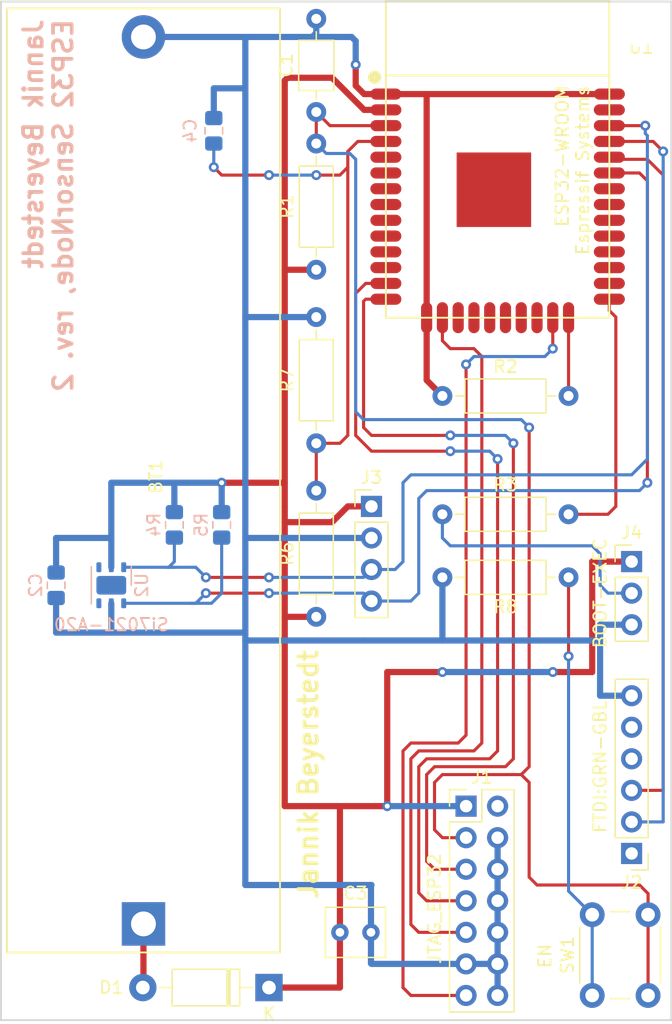
<source format=kicad_pcb>
(kicad_pcb (version 20171130) (host pcbnew "(5.0.0-3-g5ebb6b6)")

  (general
    (thickness 1.6)
    (drawings 6)
    (tracks 311)
    (zones 0)
    (modules 23)
    (nets 48)
  )

  (page A4)
  (layers
    (0 F.Cu signal)
    (31 B.Cu signal)
    (32 B.Adhes user hide)
    (33 F.Adhes user hide)
    (34 B.Paste user hide)
    (35 F.Paste user hide)
    (36 B.SilkS user)
    (37 F.SilkS user)
    (38 B.Mask user)
    (39 F.Mask user)
    (40 Dwgs.User user)
    (41 Cmts.User user)
    (42 Eco1.User user)
    (43 Eco2.User user)
    (44 Edge.Cuts user)
    (45 Margin user)
    (46 B.CrtYd user)
    (47 F.CrtYd user)
    (48 B.Fab user hide)
    (49 F.Fab user hide)
  )

  (setup
    (last_trace_width 0.25)
    (user_trace_width 0.25)
    (user_trace_width 0.5)
    (trace_clearance 0.2)
    (zone_clearance 0.508)
    (zone_45_only no)
    (trace_min 0.2)
    (segment_width 0.2)
    (edge_width 0.15)
    (via_size 0.8)
    (via_drill 0.4)
    (via_min_size 0.4)
    (via_min_drill 0.3)
    (uvia_size 0.3)
    (uvia_drill 0.1)
    (uvias_allowed no)
    (uvia_min_size 0.2)
    (uvia_min_drill 0.1)
    (pcb_text_width 0.3)
    (pcb_text_size 1.5 1.5)
    (mod_edge_width 0.15)
    (mod_text_size 1 1)
    (mod_text_width 0.15)
    (pad_size 2.2 2.2)
    (pad_drill 2.2)
    (pad_to_mask_clearance 0.2)
    (aux_axis_origin 0 0)
    (visible_elements FFFFFF7F)
    (pcbplotparams
      (layerselection 0x010f0_ffffffff)
      (usegerberextensions true)
      (usegerberattributes false)
      (usegerberadvancedattributes false)
      (creategerberjobfile false)
      (excludeedgelayer true)
      (linewidth 0.100000)
      (plotframeref false)
      (viasonmask false)
      (mode 1)
      (useauxorigin false)
      (hpglpennumber 1)
      (hpglpenspeed 20)
      (hpglpendiameter 15.000000)
      (psnegative false)
      (psa4output false)
      (plotreference true)
      (plotvalue true)
      (plotinvisibletext false)
      (padsonsilk false)
      (subtractmaskfromsilk false)
      (outputformat 1)
      (mirror false)
      (drillshape 0)
      (scaleselection 1)
      (outputdirectory "/Users/jannik/JBeyerstedt-Projekte/esp32/esp32-sensornode/board-design/gerber/"))
  )

  (net 0 "")
  (net 1 GND)
  (net 2 "Net-(BT1-Pad1)")
  (net 3 "Net-(C1-Pad1)")
  (net 4 VCC)
  (net 5 "Net-(J1-Pad5)")
  (net 6 "Net-(J1-Pad7)")
  (net 7 "Net-(J1-Pad9)")
  (net 8 "Net-(J1-Pad13)")
  (net 9 "Net-(J2-Pad1)")
  (net 10 "Net-(J2-Pad4)")
  (net 11 "Net-(J2-Pad5)")
  (net 12 "Net-(J4-Pad2)")
  (net 13 "Net-(R2-Pad2)")
  (net 14 VCC_SENS)
  (net 15 "Net-(U1-Pad37)")
  (net 16 "Net-(U1-Pad32)")
  (net 17 "Net-(U1-Pad31)")
  (net 18 "Net-(U1-Pad30)")
  (net 19 "Net-(U1-Pad29)")
  (net 20 "Net-(U1-Pad28)")
  (net 21 "Net-(U1-Pad27)")
  (net 22 "Net-(U1-Pad26)")
  (net 23 "Net-(U1-Pad22)")
  (net 24 "Net-(U1-Pad21)")
  (net 25 "Net-(U1-Pad20)")
  (net 26 "Net-(U1-Pad19)")
  (net 27 "Net-(U1-Pad18)")
  (net 28 "Net-(U1-Pad17)")
  (net 29 "Net-(U1-Pad12)")
  (net 30 "Net-(U1-Pad11)")
  (net 31 "Net-(U1-Pad10)")
  (net 32 "Net-(U1-Pad9)")
  (net 33 "Net-(U1-Pad8)")
  (net 34 "Net-(U1-Pad7)")
  (net 35 "Net-(U1-Pad6)")
  (net 36 "Net-(U1-Pad5)")
  (net 37 "Net-(U1-Pad39)")
  (net 38 "Net-(U2-Pad7)")
  (net 39 "Net-(U2-Pad3)")
  (net 40 "Net-(U2-Pad4)")
  (net 41 /TX)
  (net 42 /RX)
  (net 43 "Net-(R8-Pad1)")
  (net 44 "Net-(J1-Pad2)")
  (net 45 SCL)
  (net 46 SDA)
  (net 47 /BOOT)

  (net_class Default "Dies ist die voreingestellte Netzklasse."
    (clearance 0.2)
    (trace_width 0.25)
    (via_dia 0.8)
    (via_drill 0.4)
    (uvia_dia 0.3)
    (uvia_drill 0.1)
    (add_net /BOOT)
    (add_net /RX)
    (add_net /TX)
    (add_net "Net-(C1-Pad1)")
    (add_net "Net-(J1-Pad13)")
    (add_net "Net-(J1-Pad2)")
    (add_net "Net-(J1-Pad5)")
    (add_net "Net-(J1-Pad7)")
    (add_net "Net-(J1-Pad9)")
    (add_net "Net-(J2-Pad1)")
    (add_net "Net-(J2-Pad4)")
    (add_net "Net-(J2-Pad5)")
    (add_net "Net-(J4-Pad2)")
    (add_net "Net-(R2-Pad2)")
    (add_net "Net-(R8-Pad1)")
    (add_net "Net-(U1-Pad10)")
    (add_net "Net-(U1-Pad11)")
    (add_net "Net-(U1-Pad12)")
    (add_net "Net-(U1-Pad17)")
    (add_net "Net-(U1-Pad18)")
    (add_net "Net-(U1-Pad19)")
    (add_net "Net-(U1-Pad20)")
    (add_net "Net-(U1-Pad21)")
    (add_net "Net-(U1-Pad22)")
    (add_net "Net-(U1-Pad26)")
    (add_net "Net-(U1-Pad27)")
    (add_net "Net-(U1-Pad28)")
    (add_net "Net-(U1-Pad29)")
    (add_net "Net-(U1-Pad30)")
    (add_net "Net-(U1-Pad31)")
    (add_net "Net-(U1-Pad32)")
    (add_net "Net-(U1-Pad37)")
    (add_net "Net-(U1-Pad39)")
    (add_net "Net-(U1-Pad5)")
    (add_net "Net-(U1-Pad6)")
    (add_net "Net-(U1-Pad7)")
    (add_net "Net-(U1-Pad8)")
    (add_net "Net-(U1-Pad9)")
    (add_net "Net-(U2-Pad3)")
    (add_net "Net-(U2-Pad4)")
    (add_net "Net-(U2-Pad7)")
    (add_net SCL)
    (add_net SDA)
    (add_net VCC_SENS)
  )

  (net_class VCC ""
    (clearance 0.2)
    (trace_width 0.5)
    (via_dia 0.8)
    (via_drill 0.4)
    (uvia_dia 0.3)
    (uvia_drill 0.1)
    (add_net GND)
    (add_net "Net-(BT1-Pad1)")
    (add_net VCC)
  )

  (module JBeyerstedt-Library:Screw_Hole_2mm (layer F.Cu) (tedit 5B61CA8C) (tstamp 5B79EBFA)
    (at 180.34 130.175)
    (descr "Mouting Screw Hole")
    (tags "mounting screw")
    (fp_text reference REF** (at 0 -3.81) (layer F.SilkS) hide
      (effects (font (size 1 1) (thickness 0.15)))
    )
    (fp_text value Screw_Hole_2mm (at 0 3.81) (layer F.Fab) hide
      (effects (font (size 1 1) (thickness 0.15)))
    )
    (fp_text user %R (at 0 0) (layer F.Fab)
      (effects (font (size 0.8 0.8) (thickness 0.12)))
    )
    (fp_circle (center 0 0) (end 2.5 0) (layer F.CrtYd) (width 0.05))
    (fp_circle (center 0 0) (end 2.4 0) (layer F.Fab) (width 0.1))
    (pad "" np_thru_hole circle (at 0 0) (size 2.2 2.2) (drill 2.2) (layers *.Cu *.Mask))
    (model ${KISYS3DMOD}/Connector.3dshapes/Banana_Jack_1Pin.wrl
      (at (xyz 0 0 0))
      (scale (xyz 2 2 2))
      (rotate (xyz 0 0 0))
    )
  )

  (module JBeyerstedt-Library:Screw_Hole_2mm (layer F.Cu) (tedit 5B61CA8C) (tstamp 5B79EBB9)
    (at 229.235 53.34)
    (descr "Mouting Screw Hole")
    (tags "mounting screw")
    (fp_text reference REF** (at 0 -3.81) (layer F.SilkS) hide
      (effects (font (size 1 1) (thickness 0.15)))
    )
    (fp_text value Screw_Hole_2mm (at 0 3.81) (layer F.Fab) hide
      (effects (font (size 1 1) (thickness 0.15)))
    )
    (fp_text user %R (at 0 0) (layer F.Fab)
      (effects (font (size 0.8 0.8) (thickness 0.12)))
    )
    (fp_circle (center 0 0) (end 2.5 0) (layer F.CrtYd) (width 0.05))
    (fp_circle (center 0 0) (end 2.4 0) (layer F.Fab) (width 0.1))
    (pad "" np_thru_hole circle (at 0 0) (size 2.2 2.2) (drill 2.2) (layers *.Cu *.Mask))
    (model ${KISYS3DMOD}/Connector.3dshapes/Banana_Jack_1Pin.wrl
      (at (xyz 0 0 0))
      (scale (xyz 2 2 2))
      (rotate (xyz 0 0 0))
    )
  )

  (module JBeyerstedt-Library:BatteryHolder_COMF_BHC-18650-1 (layer F.Cu) (tedit 5B5F1B09) (tstamp 5BA708C4)
    (at 189.28 125.05 90)
    (descr https://www.tme.eu/en/Document/8fa81c4c5d128169ded6af3ed3867ae3/BHC-18650-1P.pdf)
    (tags "18650 Battery Holder")
    (path /5B5F4F5C)
    (fp_text reference BT1 (at 36 1 90) (layer F.SilkS)
      (effects (font (size 1 1) (thickness 0.15)))
    )
    (fp_text value "18650 Li-Ion" (at 35.56 -0.8 90) (layer F.Fab)
      (effects (font (size 1 1) (thickness 0.15)))
    )
    (fp_line (start -2.3 11) (end -2.3 -11) (layer F.SilkS) (width 0.15))
    (fp_line (start 73.7 11) (end -2.3 11) (layer F.SilkS) (width 0.15))
    (fp_line (start 73.7 -11) (end 73.7 11) (layer F.SilkS) (width 0.15))
    (fp_line (start -2.3 -11) (end 73.7 -11) (layer F.SilkS) (width 0.15))
    (fp_line (start -1.8 10.5) (end -1.8 -10.5) (layer F.Fab) (width 0.15))
    (fp_line (start 73.2 10.5) (end -1.8 10.5) (layer F.Fab) (width 0.15))
    (fp_line (start 73.2 -10.5) (end 73.2 10.5) (layer F.Fab) (width 0.15))
    (fp_line (start -1.8 -10.5) (end 73.2 -10.5) (layer F.Fab) (width 0.15))
    (fp_line (start -2.8 11.5) (end -2.8 -11.5) (layer F.CrtYd) (width 0.05))
    (fp_line (start 74.2 11.5) (end -2.8 11.5) (layer F.CrtYd) (width 0.05))
    (fp_line (start 74.2 -11.5) (end 74.2 11.5) (layer F.CrtYd) (width 0.05))
    (fp_line (start -2.8 -11.5) (end 74.2 -11.5) (layer F.CrtYd) (width 0.05))
    (fp_text user %R (at 36 -2.4 90) (layer F.Fab)
      (effects (font (size 1 1) (thickness 0.15)))
    )
    (pad 2 thru_hole circle (at 71.4 0 90) (size 3.5 3.5) (drill 2) (layers *.Cu *.Mask)
      (net 1 GND))
    (pad 1 thru_hole rect (at 0 0 90) (size 3.5 3.5) (drill 2) (layers *.Cu *.Mask)
      (net 2 "Net-(BT1-Pad1)"))
    (pad "" np_thru_hole circle (at 8.85 0 90) (size 3 3) (drill 3) (layers *.Cu *.Mask))
    (pad "" np_thru_hole circle (at 62.55 0 90) (size 3 3) (drill 3) (layers *.Cu *.Mask))
    (pad "" np_thru_hole circle (at 1.45 -9.7 90) (size 1.5 1.5) (drill 1.5) (layers *.Cu *.Mask))
  )

  (module Capacitor_THT:C_Axial_L3.8mm_D2.6mm_P7.50mm_Horizontal (layer F.Cu) (tedit 5AE50EF0) (tstamp 5BA70B23)
    (at 203.2 59.69 90)
    (descr "C, Axial series, Axial, Horizontal, pin pitch=7.5mm, , length*diameter=3.8*2.6mm^2, http://www.vishay.com/docs/45231/arseries.pdf")
    (tags "C Axial series Axial Horizontal pin pitch 7.5mm  length 3.8mm diameter 2.6mm")
    (path /5B6101CB)
    (fp_text reference C1 (at 3.75 -2.42 90) (layer F.SilkS)
      (effects (font (size 1 1) (thickness 0.15)))
    )
    (fp_text value 1n (at 3.75 2.42 90) (layer F.Fab)
      (effects (font (size 1 1) (thickness 0.15)))
    )
    (fp_line (start 1.85 -1.3) (end 1.85 1.3) (layer F.Fab) (width 0.1))
    (fp_line (start 1.85 1.3) (end 5.65 1.3) (layer F.Fab) (width 0.1))
    (fp_line (start 5.65 1.3) (end 5.65 -1.3) (layer F.Fab) (width 0.1))
    (fp_line (start 5.65 -1.3) (end 1.85 -1.3) (layer F.Fab) (width 0.1))
    (fp_line (start 0 0) (end 1.85 0) (layer F.Fab) (width 0.1))
    (fp_line (start 7.5 0) (end 5.65 0) (layer F.Fab) (width 0.1))
    (fp_line (start 1.73 -1.42) (end 1.73 1.42) (layer F.SilkS) (width 0.12))
    (fp_line (start 1.73 1.42) (end 5.77 1.42) (layer F.SilkS) (width 0.12))
    (fp_line (start 5.77 1.42) (end 5.77 -1.42) (layer F.SilkS) (width 0.12))
    (fp_line (start 5.77 -1.42) (end 1.73 -1.42) (layer F.SilkS) (width 0.12))
    (fp_line (start 1.04 0) (end 1.73 0) (layer F.SilkS) (width 0.12))
    (fp_line (start 6.46 0) (end 5.77 0) (layer F.SilkS) (width 0.12))
    (fp_line (start -1.05 -1.55) (end -1.05 1.55) (layer F.CrtYd) (width 0.05))
    (fp_line (start -1.05 1.55) (end 8.55 1.55) (layer F.CrtYd) (width 0.05))
    (fp_line (start 8.55 1.55) (end 8.55 -1.55) (layer F.CrtYd) (width 0.05))
    (fp_line (start 8.55 -1.55) (end -1.05 -1.55) (layer F.CrtYd) (width 0.05))
    (fp_text user %R (at 3.75 0 90) (layer F.Fab)
      (effects (font (size 0.76 0.76) (thickness 0.114)))
    )
    (pad 1 thru_hole circle (at 0 0 90) (size 1.6 1.6) (drill 0.8) (layers *.Cu *.Mask)
      (net 3 "Net-(C1-Pad1)"))
    (pad 2 thru_hole oval (at 7.5 0 90) (size 1.6 1.6) (drill 0.8) (layers *.Cu *.Mask)
      (net 1 GND))
    (model ${KISYS3DMOD}/Capacitor_THT.3dshapes/C_Axial_L3.8mm_D2.6mm_P7.50mm_Horizontal.wrl
      (at (xyz 0 0 0))
      (scale (xyz 1 1 1))
      (rotate (xyz 0 0 0))
    )
  )

  (module Capacitor_THT:C_Rect_L4.6mm_W3.8mm_P2.50mm_MKS02_FKP02 (layer F.Cu) (tedit 5AE50EF0) (tstamp 5BA7094B)
    (at 205.105 125.73)
    (descr "C, Rect series, Radial, pin pitch=2.50mm, , length*width=4.6*3.8mm^2, Capacitor, http://www.wima.de/DE/WIMA_MKS_02.pdf")
    (tags "C Rect series Radial pin pitch 2.50mm  length 4.6mm width 3.8mm Capacitor")
    (path /5B610407)
    (fp_text reference C3 (at 1.25 -3.15) (layer F.SilkS)
      (effects (font (size 1 1) (thickness 0.15)))
    )
    (fp_text value 1u (at 1.25 3.15) (layer F.Fab)
      (effects (font (size 1 1) (thickness 0.15)))
    )
    (fp_line (start -1.05 -1.9) (end -1.05 1.9) (layer F.Fab) (width 0.1))
    (fp_line (start -1.05 1.9) (end 3.55 1.9) (layer F.Fab) (width 0.1))
    (fp_line (start 3.55 1.9) (end 3.55 -1.9) (layer F.Fab) (width 0.1))
    (fp_line (start 3.55 -1.9) (end -1.05 -1.9) (layer F.Fab) (width 0.1))
    (fp_line (start -1.17 -2.02) (end 3.67 -2.02) (layer F.SilkS) (width 0.12))
    (fp_line (start -1.17 2.02) (end 3.67 2.02) (layer F.SilkS) (width 0.12))
    (fp_line (start -1.17 -2.02) (end -1.17 2.02) (layer F.SilkS) (width 0.12))
    (fp_line (start 3.67 -2.02) (end 3.67 2.02) (layer F.SilkS) (width 0.12))
    (fp_line (start -1.3 -2.15) (end -1.3 2.15) (layer F.CrtYd) (width 0.05))
    (fp_line (start -1.3 2.15) (end 3.8 2.15) (layer F.CrtYd) (width 0.05))
    (fp_line (start 3.8 2.15) (end 3.8 -2.15) (layer F.CrtYd) (width 0.05))
    (fp_line (start 3.8 -2.15) (end -1.3 -2.15) (layer F.CrtYd) (width 0.05))
    (fp_text user %R (at 1.25 0) (layer F.Fab)
      (effects (font (size 0.92 0.92) (thickness 0.138)))
    )
    (pad 1 thru_hole circle (at 0 0) (size 1.4 1.4) (drill 0.7) (layers *.Cu *.Mask)
      (net 4 VCC))
    (pad 2 thru_hole circle (at 2.5 0) (size 1.4 1.4) (drill 0.7) (layers *.Cu *.Mask)
      (net 1 GND))
    (model ${KISYS3DMOD}/Capacitor_THT.3dshapes/C_Rect_L4.6mm_W3.8mm_P2.50mm_MKS02_FKP02.wrl
      (at (xyz 0 0 0))
      (scale (xyz 1 1 1))
      (rotate (xyz 0 0 0))
    )
  )

  (module Diode_THT:D_DO-41_SOD81_P10.16mm_Horizontal (layer F.Cu) (tedit 5AE50CD5) (tstamp 5BA70873)
    (at 199.39 130.175 180)
    (descr "Diode, DO-41_SOD81 series, Axial, Horizontal, pin pitch=10.16mm, , length*diameter=5.2*2.7mm^2, , http://www.diodes.com/_files/packages/DO-41%20(Plastic).pdf")
    (tags "Diode DO-41_SOD81 series Axial Horizontal pin pitch 10.16mm  length 5.2mm diameter 2.7mm")
    (path /5B5EF193)
    (fp_text reference D1 (at 12.7 0 180) (layer F.SilkS)
      (effects (font (size 1 1) (thickness 0.15)))
    )
    (fp_text value 1N4001 (at 5.08 2.47 180) (layer F.Fab)
      (effects (font (size 1 1) (thickness 0.15)))
    )
    (fp_line (start 2.48 -1.35) (end 2.48 1.35) (layer F.Fab) (width 0.1))
    (fp_line (start 2.48 1.35) (end 7.68 1.35) (layer F.Fab) (width 0.1))
    (fp_line (start 7.68 1.35) (end 7.68 -1.35) (layer F.Fab) (width 0.1))
    (fp_line (start 7.68 -1.35) (end 2.48 -1.35) (layer F.Fab) (width 0.1))
    (fp_line (start 0 0) (end 2.48 0) (layer F.Fab) (width 0.1))
    (fp_line (start 10.16 0) (end 7.68 0) (layer F.Fab) (width 0.1))
    (fp_line (start 3.26 -1.35) (end 3.26 1.35) (layer F.Fab) (width 0.1))
    (fp_line (start 3.36 -1.35) (end 3.36 1.35) (layer F.Fab) (width 0.1))
    (fp_line (start 3.16 -1.35) (end 3.16 1.35) (layer F.Fab) (width 0.1))
    (fp_line (start 2.36 -1.47) (end 2.36 1.47) (layer F.SilkS) (width 0.12))
    (fp_line (start 2.36 1.47) (end 7.8 1.47) (layer F.SilkS) (width 0.12))
    (fp_line (start 7.8 1.47) (end 7.8 -1.47) (layer F.SilkS) (width 0.12))
    (fp_line (start 7.8 -1.47) (end 2.36 -1.47) (layer F.SilkS) (width 0.12))
    (fp_line (start 1.34 0) (end 2.36 0) (layer F.SilkS) (width 0.12))
    (fp_line (start 8.82 0) (end 7.8 0) (layer F.SilkS) (width 0.12))
    (fp_line (start 3.26 -1.47) (end 3.26 1.47) (layer F.SilkS) (width 0.12))
    (fp_line (start 3.38 -1.47) (end 3.38 1.47) (layer F.SilkS) (width 0.12))
    (fp_line (start 3.14 -1.47) (end 3.14 1.47) (layer F.SilkS) (width 0.12))
    (fp_line (start -1.35 -1.6) (end -1.35 1.6) (layer F.CrtYd) (width 0.05))
    (fp_line (start -1.35 1.6) (end 11.51 1.6) (layer F.CrtYd) (width 0.05))
    (fp_line (start 11.51 1.6) (end 11.51 -1.6) (layer F.CrtYd) (width 0.05))
    (fp_line (start 11.51 -1.6) (end -1.35 -1.6) (layer F.CrtYd) (width 0.05))
    (fp_text user %R (at 4.774999 0.724999 180) (layer F.Fab)
      (effects (font (size 1 1) (thickness 0.15)))
    )
    (fp_text user K (at 0 -2.1 180) (layer F.Fab)
      (effects (font (size 1 1) (thickness 0.15)))
    )
    (fp_text user K (at 0 -2.1 180) (layer F.SilkS)
      (effects (font (size 1 1) (thickness 0.15)))
    )
    (pad 1 thru_hole rect (at 0 0 180) (size 2.2 2.2) (drill 1.1) (layers *.Cu *.Mask)
      (net 4 VCC))
    (pad 2 thru_hole oval (at 10.16 0 180) (size 2.2 2.2) (drill 1.1) (layers *.Cu *.Mask)
      (net 2 "Net-(BT1-Pad1)"))
    (model ${KISYS3DMOD}/Diode_THT.3dshapes/D_DO-41_SOD81_P10.16mm_Horizontal.wrl
      (at (xyz 0 0 0))
      (scale (xyz 1 1 1))
      (rotate (xyz 0 0 0))
    )
  )

  (module Connector_PinHeader_2.54mm:PinHeader_1x06_P2.54mm_Vertical (layer F.Cu) (tedit 5B61A4D5) (tstamp 5BA70907)
    (at 228.6 119.38 180)
    (descr "Through hole straight pin header, 1x06, 2.54mm pitch, single row")
    (tags "Through hole pin header THT 1x06 2.54mm single row")
    (path /5B5EFFB5)
    (fp_text reference J2 (at 0 -2.33 180) (layer F.SilkS)
      (effects (font (size 1 1) (thickness 0.15)))
    )
    (fp_text value FTDI:GRN-GBL (at 2.54 6.985 270) (layer F.SilkS)
      (effects (font (size 1 1) (thickness 0.15)))
    )
    (fp_line (start -0.635 -1.27) (end 1.27 -1.27) (layer F.Fab) (width 0.1))
    (fp_line (start 1.27 -1.27) (end 1.27 13.97) (layer F.Fab) (width 0.1))
    (fp_line (start 1.27 13.97) (end -1.27 13.97) (layer F.Fab) (width 0.1))
    (fp_line (start -1.27 13.97) (end -1.27 -0.635) (layer F.Fab) (width 0.1))
    (fp_line (start -1.27 -0.635) (end -0.635 -1.27) (layer F.Fab) (width 0.1))
    (fp_line (start -1.33 14.03) (end 1.33 14.03) (layer F.SilkS) (width 0.12))
    (fp_line (start -1.33 1.27) (end -1.33 14.03) (layer F.SilkS) (width 0.12))
    (fp_line (start 1.33 1.27) (end 1.33 14.03) (layer F.SilkS) (width 0.12))
    (fp_line (start -1.33 1.27) (end 1.33 1.27) (layer F.SilkS) (width 0.12))
    (fp_line (start -1.33 0) (end -1.33 -1.33) (layer F.SilkS) (width 0.12))
    (fp_line (start -1.33 -1.33) (end 0 -1.33) (layer F.SilkS) (width 0.12))
    (fp_line (start -1.8 -1.8) (end -1.8 14.5) (layer F.CrtYd) (width 0.05))
    (fp_line (start -1.8 14.5) (end 1.8 14.5) (layer F.CrtYd) (width 0.05))
    (fp_line (start 1.8 14.5) (end 1.8 -1.8) (layer F.CrtYd) (width 0.05))
    (fp_line (start 1.8 -1.8) (end -1.8 -1.8) (layer F.CrtYd) (width 0.05))
    (fp_text user %R (at 0 6.35 270) (layer F.Fab)
      (effects (font (size 1 1) (thickness 0.15)))
    )
    (pad 1 thru_hole rect (at 0 0 180) (size 1.7 1.7) (drill 1) (layers *.Cu *.Mask)
      (net 9 "Net-(J2-Pad1)"))
    (pad 2 thru_hole oval (at 0 2.54 180) (size 1.7 1.7) (drill 1) (layers *.Cu *.Mask)
      (net 41 /TX))
    (pad 3 thru_hole oval (at 0 5.08 180) (size 1.7 1.7) (drill 1) (layers *.Cu *.Mask)
      (net 42 /RX))
    (pad 4 thru_hole oval (at 0 7.62 180) (size 1.7 1.7) (drill 1) (layers *.Cu *.Mask)
      (net 10 "Net-(J2-Pad4)"))
    (pad 5 thru_hole oval (at 0 10.16 180) (size 1.7 1.7) (drill 1) (layers *.Cu *.Mask)
      (net 11 "Net-(J2-Pad5)"))
    (pad 6 thru_hole oval (at 0 12.7 180) (size 1.7 1.7) (drill 1) (layers *.Cu *.Mask)
      (net 1 GND))
    (model ${KISYS3DMOD}/Connector_PinHeader_2.54mm.3dshapes/PinHeader_1x06_P2.54mm_Vertical.wrl
      (at (xyz 0 0 0))
      (scale (xyz 1 1 1))
      (rotate (xyz 0 0 0))
    )
  )

  (module Connector_PinHeader_2.54mm:PinHeader_1x04_P2.54mm_Vertical (layer F.Cu) (tedit 59FED5CC) (tstamp 5BA70D37)
    (at 207.645 91.44)
    (descr "Through hole straight pin header, 1x04, 2.54mm pitch, single row")
    (tags "Through hole pin header THT 1x04 2.54mm single row")
    (path /5B5F555A)
    (fp_text reference J3 (at 0 -2.33) (layer F.SilkS)
      (effects (font (size 1 1) (thickness 0.15)))
    )
    (fp_text value SI7021:SDA-VIN (at 2.54 3.81 90) (layer F.Fab)
      (effects (font (size 1 1) (thickness 0.15)))
    )
    (fp_line (start -0.635 -1.27) (end 1.27 -1.27) (layer F.Fab) (width 0.1))
    (fp_line (start 1.27 -1.27) (end 1.27 8.89) (layer F.Fab) (width 0.1))
    (fp_line (start 1.27 8.89) (end -1.27 8.89) (layer F.Fab) (width 0.1))
    (fp_line (start -1.27 8.89) (end -1.27 -0.635) (layer F.Fab) (width 0.1))
    (fp_line (start -1.27 -0.635) (end -0.635 -1.27) (layer F.Fab) (width 0.1))
    (fp_line (start -1.33 8.95) (end 1.33 8.95) (layer F.SilkS) (width 0.12))
    (fp_line (start -1.33 1.27) (end -1.33 8.95) (layer F.SilkS) (width 0.12))
    (fp_line (start 1.33 1.27) (end 1.33 8.95) (layer F.SilkS) (width 0.12))
    (fp_line (start -1.33 1.27) (end 1.33 1.27) (layer F.SilkS) (width 0.12))
    (fp_line (start -1.33 0) (end -1.33 -1.33) (layer F.SilkS) (width 0.12))
    (fp_line (start -1.33 -1.33) (end 0 -1.33) (layer F.SilkS) (width 0.12))
    (fp_line (start -1.8 -1.8) (end -1.8 9.4) (layer F.CrtYd) (width 0.05))
    (fp_line (start -1.8 9.4) (end 1.8 9.4) (layer F.CrtYd) (width 0.05))
    (fp_line (start 1.8 9.4) (end 1.8 -1.8) (layer F.CrtYd) (width 0.05))
    (fp_line (start 1.8 -1.8) (end -1.8 -1.8) (layer F.CrtYd) (width 0.05))
    (fp_text user %R (at 0 3.81 90) (layer F.Fab)
      (effects (font (size 1 1) (thickness 0.15)))
    )
    (pad 1 thru_hole rect (at 0 0) (size 1.7 1.7) (drill 1) (layers *.Cu *.Mask)
      (net 4 VCC))
    (pad 2 thru_hole oval (at 0 2.54) (size 1.7 1.7) (drill 1) (layers *.Cu *.Mask)
      (net 1 GND))
    (pad 3 thru_hole oval (at 0 5.08) (size 1.7 1.7) (drill 1) (layers *.Cu *.Mask)
      (net 45 SCL))
    (pad 4 thru_hole oval (at 0 7.62) (size 1.7 1.7) (drill 1) (layers *.Cu *.Mask)
      (net 46 SDA))
    (model ${KISYS3DMOD}/Connector_PinHeader_2.54mm.3dshapes/PinHeader_1x04_P2.54mm_Vertical.wrl
      (at (xyz 0 0 0))
      (scale (xyz 1 1 1))
      (rotate (xyz 0 0 0))
    )
  )

  (module Connector_PinHeader_2.54mm:PinHeader_1x03_P2.54mm_Vertical (layer F.Cu) (tedit 5B61A4DE) (tstamp 5BA70CF4)
    (at 228.6 95.885)
    (descr "Through hole straight pin header, 1x03, 2.54mm pitch, single row")
    (tags "Through hole pin header THT 1x03 2.54mm single row")
    (path /5B5F59C4)
    (fp_text reference J4 (at 0 -2.33) (layer F.SilkS)
      (effects (font (size 1 1) (thickness 0.15)))
    )
    (fp_text value BOOT-EXEC (at -2.54 2.54 90) (layer F.SilkS)
      (effects (font (size 1 1) (thickness 0.15)))
    )
    (fp_line (start -0.635 -1.27) (end 1.27 -1.27) (layer F.Fab) (width 0.1))
    (fp_line (start 1.27 -1.27) (end 1.27 6.35) (layer F.Fab) (width 0.1))
    (fp_line (start 1.27 6.35) (end -1.27 6.35) (layer F.Fab) (width 0.1))
    (fp_line (start -1.27 6.35) (end -1.27 -0.635) (layer F.Fab) (width 0.1))
    (fp_line (start -1.27 -0.635) (end -0.635 -1.27) (layer F.Fab) (width 0.1))
    (fp_line (start -1.33 6.41) (end 1.33 6.41) (layer F.SilkS) (width 0.12))
    (fp_line (start -1.33 1.27) (end -1.33 6.41) (layer F.SilkS) (width 0.12))
    (fp_line (start 1.33 1.27) (end 1.33 6.41) (layer F.SilkS) (width 0.12))
    (fp_line (start -1.33 1.27) (end 1.33 1.27) (layer F.SilkS) (width 0.12))
    (fp_line (start -1.33 0) (end -1.33 -1.33) (layer F.SilkS) (width 0.12))
    (fp_line (start -1.33 -1.33) (end 0 -1.33) (layer F.SilkS) (width 0.12))
    (fp_line (start -1.8 -1.8) (end -1.8 6.85) (layer F.CrtYd) (width 0.05))
    (fp_line (start -1.8 6.85) (end 1.8 6.85) (layer F.CrtYd) (width 0.05))
    (fp_line (start 1.8 6.85) (end 1.8 -1.8) (layer F.CrtYd) (width 0.05))
    (fp_line (start 1.8 -1.8) (end -1.8 -1.8) (layer F.CrtYd) (width 0.05))
    (fp_text user %R (at 0 2.54 90) (layer F.Fab)
      (effects (font (size 1 1) (thickness 0.15)))
    )
    (pad 1 thru_hole rect (at 0 0) (size 1.7 1.7) (drill 1) (layers *.Cu *.Mask)
      (net 4 VCC))
    (pad 2 thru_hole oval (at 0 2.54) (size 1.7 1.7) (drill 1) (layers *.Cu *.Mask)
      (net 12 "Net-(J4-Pad2)"))
    (pad 3 thru_hole oval (at 0 5.08) (size 1.7 1.7) (drill 1) (layers *.Cu *.Mask)
      (net 1 GND))
    (model ${KISYS3DMOD}/Connector_PinHeader_2.54mm.3dshapes/PinHeader_1x03_P2.54mm_Vertical.wrl
      (at (xyz 0 0 0))
      (scale (xyz 1 1 1))
      (rotate (xyz 0 0 0))
    )
  )

  (module Resistor_THT:R_Axial_DIN0207_L6.3mm_D2.5mm_P10.16mm_Horizontal (layer F.Cu) (tedit 5AE5139B) (tstamp 5BA70A1B)
    (at 203.2 72.39 90)
    (descr "Resistor, Axial_DIN0207 series, Axial, Horizontal, pin pitch=10.16mm, 0.25W = 1/4W, length*diameter=6.3*2.5mm^2, http://cdn-reichelt.de/documents/datenblatt/B400/1_4W%23YAG.pdf")
    (tags "Resistor Axial_DIN0207 series Axial Horizontal pin pitch 10.16mm 0.25W = 1/4W length 6.3mm diameter 2.5mm")
    (path /5B5F5773)
    (fp_text reference R1 (at 5.08 -2.37 90) (layer F.SilkS)
      (effects (font (size 1 1) (thickness 0.15)))
    )
    (fp_text value 22K (at 5.08 2.37 90) (layer F.Fab)
      (effects (font (size 1 1) (thickness 0.15)))
    )
    (fp_line (start 1.93 -1.25) (end 1.93 1.25) (layer F.Fab) (width 0.1))
    (fp_line (start 1.93 1.25) (end 8.23 1.25) (layer F.Fab) (width 0.1))
    (fp_line (start 8.23 1.25) (end 8.23 -1.25) (layer F.Fab) (width 0.1))
    (fp_line (start 8.23 -1.25) (end 1.93 -1.25) (layer F.Fab) (width 0.1))
    (fp_line (start 0 0) (end 1.93 0) (layer F.Fab) (width 0.1))
    (fp_line (start 10.16 0) (end 8.23 0) (layer F.Fab) (width 0.1))
    (fp_line (start 1.81 -1.37) (end 1.81 1.37) (layer F.SilkS) (width 0.12))
    (fp_line (start 1.81 1.37) (end 8.35 1.37) (layer F.SilkS) (width 0.12))
    (fp_line (start 8.35 1.37) (end 8.35 -1.37) (layer F.SilkS) (width 0.12))
    (fp_line (start 8.35 -1.37) (end 1.81 -1.37) (layer F.SilkS) (width 0.12))
    (fp_line (start 1.04 0) (end 1.81 0) (layer F.SilkS) (width 0.12))
    (fp_line (start 9.12 0) (end 8.35 0) (layer F.SilkS) (width 0.12))
    (fp_line (start -1.05 -1.5) (end -1.05 1.5) (layer F.CrtYd) (width 0.05))
    (fp_line (start -1.05 1.5) (end 11.21 1.5) (layer F.CrtYd) (width 0.05))
    (fp_line (start 11.21 1.5) (end 11.21 -1.5) (layer F.CrtYd) (width 0.05))
    (fp_line (start 11.21 -1.5) (end -1.05 -1.5) (layer F.CrtYd) (width 0.05))
    (fp_text user %R (at 5.08 0 90) (layer F.Fab)
      (effects (font (size 1 1) (thickness 0.15)))
    )
    (pad 1 thru_hole circle (at 0 0 90) (size 1.6 1.6) (drill 0.8) (layers *.Cu *.Mask)
      (net 4 VCC))
    (pad 2 thru_hole oval (at 10.16 0 90) (size 1.6 1.6) (drill 0.8) (layers *.Cu *.Mask)
      (net 3 "Net-(C1-Pad1)"))
    (model ${KISYS3DMOD}/Resistor_THT.3dshapes/R_Axial_DIN0207_L6.3mm_D2.5mm_P10.16mm_Horizontal.wrl
      (at (xyz 0 0 0))
      (scale (xyz 1 1 1))
      (rotate (xyz 0 0 0))
    )
  )

  (module Resistor_THT:R_Axial_DIN0207_L6.3mm_D2.5mm_P10.16mm_Horizontal (layer F.Cu) (tedit 5AE5139B) (tstamp 5BA70CB2)
    (at 213.36 82.55)
    (descr "Resistor, Axial_DIN0207 series, Axial, Horizontal, pin pitch=10.16mm, 0.25W = 1/4W, length*diameter=6.3*2.5mm^2, http://cdn-reichelt.de/documents/datenblatt/B400/1_4W%23YAG.pdf")
    (tags "Resistor Axial_DIN0207 series Axial Horizontal pin pitch 10.16mm 0.25W = 1/4W length 6.3mm diameter 2.5mm")
    (path /5B5F57E6)
    (fp_text reference R2 (at 5.08 -2.37) (layer F.SilkS)
      (effects (font (size 1 1) (thickness 0.15)))
    )
    (fp_text value 22K (at 5.08 2.37) (layer F.Fab)
      (effects (font (size 1 1) (thickness 0.15)))
    )
    (fp_text user %R (at 5.08 0) (layer F.Fab)
      (effects (font (size 1 1) (thickness 0.15)))
    )
    (fp_line (start 11.21 -1.5) (end -1.05 -1.5) (layer F.CrtYd) (width 0.05))
    (fp_line (start 11.21 1.5) (end 11.21 -1.5) (layer F.CrtYd) (width 0.05))
    (fp_line (start -1.05 1.5) (end 11.21 1.5) (layer F.CrtYd) (width 0.05))
    (fp_line (start -1.05 -1.5) (end -1.05 1.5) (layer F.CrtYd) (width 0.05))
    (fp_line (start 9.12 0) (end 8.35 0) (layer F.SilkS) (width 0.12))
    (fp_line (start 1.04 0) (end 1.81 0) (layer F.SilkS) (width 0.12))
    (fp_line (start 8.35 -1.37) (end 1.81 -1.37) (layer F.SilkS) (width 0.12))
    (fp_line (start 8.35 1.37) (end 8.35 -1.37) (layer F.SilkS) (width 0.12))
    (fp_line (start 1.81 1.37) (end 8.35 1.37) (layer F.SilkS) (width 0.12))
    (fp_line (start 1.81 -1.37) (end 1.81 1.37) (layer F.SilkS) (width 0.12))
    (fp_line (start 10.16 0) (end 8.23 0) (layer F.Fab) (width 0.1))
    (fp_line (start 0 0) (end 1.93 0) (layer F.Fab) (width 0.1))
    (fp_line (start 8.23 -1.25) (end 1.93 -1.25) (layer F.Fab) (width 0.1))
    (fp_line (start 8.23 1.25) (end 8.23 -1.25) (layer F.Fab) (width 0.1))
    (fp_line (start 1.93 1.25) (end 8.23 1.25) (layer F.Fab) (width 0.1))
    (fp_line (start 1.93 -1.25) (end 1.93 1.25) (layer F.Fab) (width 0.1))
    (pad 2 thru_hole oval (at 10.16 0) (size 1.6 1.6) (drill 0.8) (layers *.Cu *.Mask)
      (net 13 "Net-(R2-Pad2)"))
    (pad 1 thru_hole circle (at 0 0) (size 1.6 1.6) (drill 0.8) (layers *.Cu *.Mask)
      (net 1 GND))
    (model ${KISYS3DMOD}/Resistor_THT.3dshapes/R_Axial_DIN0207_L6.3mm_D2.5mm_P10.16mm_Horizontal.wrl
      (at (xyz 0 0 0))
      (scale (xyz 1 1 1))
      (rotate (xyz 0 0 0))
    )
  )

  (module Resistor_THT:R_Axial_DIN0207_L6.3mm_D2.5mm_P10.16mm_Horizontal (layer F.Cu) (tedit 5AE5139B) (tstamp 5BA70C70)
    (at 213.36 92.075)
    (descr "Resistor, Axial_DIN0207 series, Axial, Horizontal, pin pitch=10.16mm, 0.25W = 1/4W, length*diameter=6.3*2.5mm^2, http://cdn-reichelt.de/documents/datenblatt/B400/1_4W%23YAG.pdf")
    (tags "Resistor Axial_DIN0207 series Axial Horizontal pin pitch 10.16mm 0.25W = 1/4W length 6.3mm diameter 2.5mm")
    (path /5B5FD2E5)
    (fp_text reference R3 (at 5.08 -2.37) (layer F.SilkS)
      (effects (font (size 1 1) (thickness 0.15)))
    )
    (fp_text value 22K (at 5.08 2.37) (layer F.Fab)
      (effects (font (size 1 1) (thickness 0.15)))
    )
    (fp_text user %R (at 5.08 0) (layer F.Fab)
      (effects (font (size 1 1) (thickness 0.15)))
    )
    (fp_line (start 11.21 -1.5) (end -1.05 -1.5) (layer F.CrtYd) (width 0.05))
    (fp_line (start 11.21 1.5) (end 11.21 -1.5) (layer F.CrtYd) (width 0.05))
    (fp_line (start -1.05 1.5) (end 11.21 1.5) (layer F.CrtYd) (width 0.05))
    (fp_line (start -1.05 -1.5) (end -1.05 1.5) (layer F.CrtYd) (width 0.05))
    (fp_line (start 9.12 0) (end 8.35 0) (layer F.SilkS) (width 0.12))
    (fp_line (start 1.04 0) (end 1.81 0) (layer F.SilkS) (width 0.12))
    (fp_line (start 8.35 -1.37) (end 1.81 -1.37) (layer F.SilkS) (width 0.12))
    (fp_line (start 8.35 1.37) (end 8.35 -1.37) (layer F.SilkS) (width 0.12))
    (fp_line (start 1.81 1.37) (end 8.35 1.37) (layer F.SilkS) (width 0.12))
    (fp_line (start 1.81 -1.37) (end 1.81 1.37) (layer F.SilkS) (width 0.12))
    (fp_line (start 10.16 0) (end 8.23 0) (layer F.Fab) (width 0.1))
    (fp_line (start 0 0) (end 1.93 0) (layer F.Fab) (width 0.1))
    (fp_line (start 8.23 -1.25) (end 1.93 -1.25) (layer F.Fab) (width 0.1))
    (fp_line (start 8.23 1.25) (end 8.23 -1.25) (layer F.Fab) (width 0.1))
    (fp_line (start 1.93 1.25) (end 8.23 1.25) (layer F.Fab) (width 0.1))
    (fp_line (start 1.93 -1.25) (end 1.93 1.25) (layer F.Fab) (width 0.1))
    (pad 2 thru_hole oval (at 10.16 0) (size 1.6 1.6) (drill 0.8) (layers *.Cu *.Mask)
      (net 47 /BOOT))
    (pad 1 thru_hole circle (at 0 0) (size 1.6 1.6) (drill 0.8) (layers *.Cu *.Mask)
      (net 12 "Net-(J4-Pad2)"))
    (model ${KISYS3DMOD}/Resistor_THT.3dshapes/R_Axial_DIN0207_L6.3mm_D2.5mm_P10.16mm_Horizontal.wrl
      (at (xyz 0 0 0))
      (scale (xyz 1 1 1))
      (rotate (xyz 0 0 0))
    )
  )

  (module Resistor_THT:R_Axial_DIN0207_L6.3mm_D2.5mm_P10.16mm_Horizontal (layer F.Cu) (tedit 5AE5139B) (tstamp 5BA70D7B)
    (at 203.2 100.33 90)
    (descr "Resistor, Axial_DIN0207 series, Axial, Horizontal, pin pitch=10.16mm, 0.25W = 1/4W, length*diameter=6.3*2.5mm^2, http://cdn-reichelt.de/documents/datenblatt/B400/1_4W%23YAG.pdf")
    (tags "Resistor Axial_DIN0207 series Axial Horizontal pin pitch 10.16mm 0.25W = 1/4W length 6.3mm diameter 2.5mm")
    (path /5B5F5860)
    (fp_text reference R6 (at 5.08 -2.37 90) (layer F.SilkS)
      (effects (font (size 1 1) (thickness 0.15)))
    )
    (fp_text value 2.7M (at 5.08 2.37 90) (layer F.Fab)
      (effects (font (size 1 1) (thickness 0.15)))
    )
    (fp_line (start 1.93 -1.25) (end 1.93 1.25) (layer F.Fab) (width 0.1))
    (fp_line (start 1.93 1.25) (end 8.23 1.25) (layer F.Fab) (width 0.1))
    (fp_line (start 8.23 1.25) (end 8.23 -1.25) (layer F.Fab) (width 0.1))
    (fp_line (start 8.23 -1.25) (end 1.93 -1.25) (layer F.Fab) (width 0.1))
    (fp_line (start 0 0) (end 1.93 0) (layer F.Fab) (width 0.1))
    (fp_line (start 10.16 0) (end 8.23 0) (layer F.Fab) (width 0.1))
    (fp_line (start 1.81 -1.37) (end 1.81 1.37) (layer F.SilkS) (width 0.12))
    (fp_line (start 1.81 1.37) (end 8.35 1.37) (layer F.SilkS) (width 0.12))
    (fp_line (start 8.35 1.37) (end 8.35 -1.37) (layer F.SilkS) (width 0.12))
    (fp_line (start 8.35 -1.37) (end 1.81 -1.37) (layer F.SilkS) (width 0.12))
    (fp_line (start 1.04 0) (end 1.81 0) (layer F.SilkS) (width 0.12))
    (fp_line (start 9.12 0) (end 8.35 0) (layer F.SilkS) (width 0.12))
    (fp_line (start -1.05 -1.5) (end -1.05 1.5) (layer F.CrtYd) (width 0.05))
    (fp_line (start -1.05 1.5) (end 11.21 1.5) (layer F.CrtYd) (width 0.05))
    (fp_line (start 11.21 1.5) (end 11.21 -1.5) (layer F.CrtYd) (width 0.05))
    (fp_line (start 11.21 -1.5) (end -1.05 -1.5) (layer F.CrtYd) (width 0.05))
    (fp_text user %R (at 5.08 0 90) (layer F.Fab)
      (effects (font (size 1 1) (thickness 0.15)))
    )
    (pad 1 thru_hole circle (at 0 0 90) (size 1.6 1.6) (drill 0.8) (layers *.Cu *.Mask)
      (net 4 VCC))
    (pad 2 thru_hole oval (at 10.16 0 90) (size 1.6 1.6) (drill 0.8) (layers *.Cu *.Mask)
      (net 14 VCC_SENS))
    (model ${KISYS3DMOD}/Resistor_THT.3dshapes/R_Axial_DIN0207_L6.3mm_D2.5mm_P10.16mm_Horizontal.wrl
      (at (xyz 0 0 0))
      (scale (xyz 1 1 1))
      (rotate (xyz 0 0 0))
    )
  )

  (module Resistor_THT:R_Axial_DIN0207_L6.3mm_D2.5mm_P10.16mm_Horizontal (layer F.Cu) (tedit 5AE5139B) (tstamp 5BA70A5D)
    (at 203.2 86.36 90)
    (descr "Resistor, Axial_DIN0207 series, Axial, Horizontal, pin pitch=10.16mm, 0.25W = 1/4W, length*diameter=6.3*2.5mm^2, http://cdn-reichelt.de/documents/datenblatt/B400/1_4W%23YAG.pdf")
    (tags "Resistor Axial_DIN0207 series Axial Horizontal pin pitch 10.16mm 0.25W = 1/4W length 6.3mm diameter 2.5mm")
    (path /5B628838)
    (fp_text reference R7 (at 5.08 -2.37 90) (layer F.SilkS)
      (effects (font (size 1 1) (thickness 0.15)))
    )
    (fp_text value 1M (at 5.08 2.37 90) (layer F.Fab)
      (effects (font (size 1 1) (thickness 0.15)))
    )
    (fp_line (start 1.93 -1.25) (end 1.93 1.25) (layer F.Fab) (width 0.1))
    (fp_line (start 1.93 1.25) (end 8.23 1.25) (layer F.Fab) (width 0.1))
    (fp_line (start 8.23 1.25) (end 8.23 -1.25) (layer F.Fab) (width 0.1))
    (fp_line (start 8.23 -1.25) (end 1.93 -1.25) (layer F.Fab) (width 0.1))
    (fp_line (start 0 0) (end 1.93 0) (layer F.Fab) (width 0.1))
    (fp_line (start 10.16 0) (end 8.23 0) (layer F.Fab) (width 0.1))
    (fp_line (start 1.81 -1.37) (end 1.81 1.37) (layer F.SilkS) (width 0.12))
    (fp_line (start 1.81 1.37) (end 8.35 1.37) (layer F.SilkS) (width 0.12))
    (fp_line (start 8.35 1.37) (end 8.35 -1.37) (layer F.SilkS) (width 0.12))
    (fp_line (start 8.35 -1.37) (end 1.81 -1.37) (layer F.SilkS) (width 0.12))
    (fp_line (start 1.04 0) (end 1.81 0) (layer F.SilkS) (width 0.12))
    (fp_line (start 9.12 0) (end 8.35 0) (layer F.SilkS) (width 0.12))
    (fp_line (start -1.05 -1.5) (end -1.05 1.5) (layer F.CrtYd) (width 0.05))
    (fp_line (start -1.05 1.5) (end 11.21 1.5) (layer F.CrtYd) (width 0.05))
    (fp_line (start 11.21 1.5) (end 11.21 -1.5) (layer F.CrtYd) (width 0.05))
    (fp_line (start 11.21 -1.5) (end -1.05 -1.5) (layer F.CrtYd) (width 0.05))
    (fp_text user %R (at 5.08 0 90) (layer F.Fab)
      (effects (font (size 1 1) (thickness 0.15)))
    )
    (pad 1 thru_hole circle (at 0 0 90) (size 1.6 1.6) (drill 0.8) (layers *.Cu *.Mask)
      (net 14 VCC_SENS))
    (pad 2 thru_hole oval (at 10.16 0 90) (size 1.6 1.6) (drill 0.8) (layers *.Cu *.Mask)
      (net 1 GND))
    (model ${KISYS3DMOD}/Resistor_THT.3dshapes/R_Axial_DIN0207_L6.3mm_D2.5mm_P10.16mm_Horizontal.wrl
      (at (xyz 0 0 0))
      (scale (xyz 1 1 1))
      (rotate (xyz 0 0 0))
    )
  )

  (module JBeyerstedt-Library:ESP32-WROOM (layer F.Cu) (tedit 57D08EA8) (tstamp 5BA709A1)
    (at 217.805 63.5 180)
    (path /5B5F5158)
    (fp_text reference U1 (at -11.557 9.017 180) (layer F.SilkS)
      (effects (font (size 1 1) (thickness 0.15)))
    )
    (fp_text value ESP32-WROOM (at 5.715 14.224 180) (layer F.Fab)
      (effects (font (size 1 1) (thickness 0.15)))
    )
    (fp_text user "Espressif Systems" (at -6.858 -0.889 270) (layer F.SilkS)
      (effects (font (size 1 1) (thickness 0.15)))
    )
    (fp_circle (center 9.906 6.604) (end 10.033 6.858) (layer F.SilkS) (width 0.5))
    (fp_text user ESP32-WROOM (at -5.207 0.254 270) (layer F.SilkS)
      (effects (font (size 1 1) (thickness 0.15)))
    )
    (fp_line (start -9 6.75) (end 9 6.75) (layer F.SilkS) (width 0.15))
    (fp_line (start 9 12.75) (end 9 -12.75) (layer F.SilkS) (width 0.15))
    (fp_line (start -9 12.75) (end -9 -12.75) (layer F.SilkS) (width 0.15))
    (fp_line (start -9 -12.75) (end 9 -12.75) (layer F.SilkS) (width 0.15))
    (fp_line (start -9 12.75) (end 9 12.75) (layer F.SilkS) (width 0.15))
    (pad 38 smd oval (at -9 5.25 180) (size 2.5 0.9) (layers F.Cu F.Paste F.Mask)
      (net 1 GND))
    (pad 37 smd oval (at -9 3.98 180) (size 2.5 0.9) (layers F.Cu F.Paste F.Mask)
      (net 15 "Net-(U1-Pad37)"))
    (pad 36 smd oval (at -9 2.71 180) (size 2.5 0.9) (layers F.Cu F.Paste F.Mask)
      (net 45 SCL))
    (pad 35 smd oval (at -9 1.44 180) (size 2.5 0.9) (layers F.Cu F.Paste F.Mask)
      (net 41 /TX))
    (pad 34 smd oval (at -9 0.17 180) (size 2.5 0.9) (layers F.Cu F.Paste F.Mask)
      (net 42 /RX))
    (pad 33 smd oval (at -9 -1.1 180) (size 2.5 0.9) (layers F.Cu F.Paste F.Mask)
      (net 46 SDA))
    (pad 32 smd oval (at -9 -2.37 180) (size 2.5 0.9) (layers F.Cu F.Paste F.Mask)
      (net 16 "Net-(U1-Pad32)"))
    (pad 31 smd oval (at -9 -3.64 180) (size 2.5 0.9) (layers F.Cu F.Paste F.Mask)
      (net 17 "Net-(U1-Pad31)"))
    (pad 30 smd oval (at -9 -4.91 180) (size 2.5 0.9) (layers F.Cu F.Paste F.Mask)
      (net 18 "Net-(U1-Pad30)"))
    (pad 29 smd oval (at -9 -6.18 180) (size 2.5 0.9) (layers F.Cu F.Paste F.Mask)
      (net 19 "Net-(U1-Pad29)"))
    (pad 28 smd oval (at -9 -7.45 180) (size 2.5 0.9) (layers F.Cu F.Paste F.Mask)
      (net 20 "Net-(U1-Pad28)"))
    (pad 27 smd oval (at -9 -8.72 180) (size 2.5 0.9) (layers F.Cu F.Paste F.Mask)
      (net 21 "Net-(U1-Pad27)"))
    (pad 26 smd oval (at -9 -9.99 180) (size 2.5 0.9) (layers F.Cu F.Paste F.Mask)
      (net 22 "Net-(U1-Pad26)"))
    (pad 25 smd oval (at -9 -11.26 180) (size 2.5 0.9) (layers F.Cu F.Paste F.Mask)
      (net 47 /BOOT))
    (pad 24 smd oval (at -5.715 -12.75 180) (size 0.9 2.5) (layers F.Cu F.Paste F.Mask)
      (net 13 "Net-(R2-Pad2)"))
    (pad 23 smd oval (at -4.445 -12.75 180) (size 0.9 2.5) (layers F.Cu F.Paste F.Mask)
      (net 8 "Net-(J1-Pad13)"))
    (pad 22 smd oval (at -3.175 -12.75 180) (size 0.9 2.5) (layers F.Cu F.Paste F.Mask)
      (net 23 "Net-(U1-Pad22)"))
    (pad 21 smd oval (at -1.905 -12.75 180) (size 0.9 2.5) (layers F.Cu F.Paste F.Mask)
      (net 24 "Net-(U1-Pad21)"))
    (pad 20 smd oval (at -0.635 -12.75 180) (size 0.9 2.5) (layers F.Cu F.Paste F.Mask)
      (net 25 "Net-(U1-Pad20)"))
    (pad 19 smd oval (at 0.635 -12.75 180) (size 0.9 2.5) (layers F.Cu F.Paste F.Mask)
      (net 26 "Net-(U1-Pad19)"))
    (pad 18 smd oval (at 1.905 -12.75 180) (size 0.9 2.5) (layers F.Cu F.Paste F.Mask)
      (net 27 "Net-(U1-Pad18)"))
    (pad 17 smd oval (at 3.175 -12.75 180) (size 0.9 2.5) (layers F.Cu F.Paste F.Mask)
      (net 28 "Net-(U1-Pad17)"))
    (pad 16 smd oval (at 4.445 -12.75 180) (size 0.9 2.5) (layers F.Cu F.Paste F.Mask)
      (net 7 "Net-(J1-Pad9)"))
    (pad 15 smd oval (at 5.715 -12.75 180) (size 0.9 2.5) (layers F.Cu F.Paste F.Mask)
      (net 1 GND))
    (pad 14 smd oval (at 9 -11.26 180) (size 2.5 0.9) (layers F.Cu F.Paste F.Mask)
      (net 5 "Net-(J1-Pad5)"))
    (pad 13 smd oval (at 9 -9.99 180) (size 2.5 0.9) (layers F.Cu F.Paste F.Mask)
      (net 6 "Net-(J1-Pad7)"))
    (pad 12 smd oval (at 9 -8.72 180) (size 2.5 0.9) (layers F.Cu F.Paste F.Mask)
      (net 29 "Net-(U1-Pad12)"))
    (pad 11 smd oval (at 9 -7.45 180) (size 2.5 0.9) (layers F.Cu F.Paste F.Mask)
      (net 30 "Net-(U1-Pad11)"))
    (pad 10 smd oval (at 9 -6.18 180) (size 2.5 0.9) (layers F.Cu F.Paste F.Mask)
      (net 31 "Net-(U1-Pad10)"))
    (pad 9 smd oval (at 9 -4.91 180) (size 2.5 0.9) (layers F.Cu F.Paste F.Mask)
      (net 32 "Net-(U1-Pad9)"))
    (pad 8 smd oval (at 9 -3.64 180) (size 2.5 0.9) (layers F.Cu F.Paste F.Mask)
      (net 33 "Net-(U1-Pad8)"))
    (pad 7 smd oval (at 9 -2.37 180) (size 2.5 0.9) (layers F.Cu F.Paste F.Mask)
      (net 34 "Net-(U1-Pad7)"))
    (pad 6 smd oval (at 9 -1.1 180) (size 2.5 0.9) (layers F.Cu F.Paste F.Mask)
      (net 35 "Net-(U1-Pad6)"))
    (pad 5 smd oval (at 9 0.17 180) (size 2.5 0.9) (layers F.Cu F.Paste F.Mask)
      (net 36 "Net-(U1-Pad5)"))
    (pad 4 smd oval (at 9 1.44 180) (size 2.5 0.9) (layers F.Cu F.Paste F.Mask)
      (net 14 VCC_SENS))
    (pad 3 smd oval (at 9 2.71 180) (size 2.5 0.9) (layers F.Cu F.Paste F.Mask)
      (net 3 "Net-(C1-Pad1)"))
    (pad 2 smd oval (at 9 3.98 180) (size 2.5 0.9) (layers F.Cu F.Paste F.Mask)
      (net 4 VCC))
    (pad 1 smd oval (at 9 5.25 180) (size 2.5 0.9) (layers F.Cu F.Paste F.Mask)
      (net 1 GND))
    (pad 39 smd rect (at 0.3 -2.45 180) (size 6 6) (layers F.Cu F.Paste F.Mask)
      (net 37 "Net-(U1-Pad39)"))
  )

  (module Package_DFN_QFN:DFN-6-1EP_3x3mm_P1mm_EP1.5x2.4mm (layer B.Cu) (tedit 5B61A54C) (tstamp 5BA70B69)
    (at 186.69 97.79 90)
    (descr "DFN, 6 Pin (https://www.silabs.com/documents/public/data-sheets/Si7020-A20.pdf), generated with kicad-footprint-generator ipc_dfn_qfn_generator.py")
    (tags "DFN DFN_QFN")
    (path /5B5EF5BA)
    (attr smd)
    (fp_text reference U2 (at 0 2.45 90) (layer B.SilkS)
      (effects (font (size 1 1) (thickness 0.15)) (justify mirror))
    )
    (fp_text value Si7021-A20 (at -3.175 0 180) (layer B.SilkS)
      (effects (font (size 1 1) (thickness 0.15)) (justify mirror))
    )
    (fp_line (start 0 1.61) (end 1.5 1.61) (layer B.SilkS) (width 0.12))
    (fp_line (start -1.5 -1.61) (end 1.5 -1.61) (layer B.SilkS) (width 0.12))
    (fp_line (start -0.75 1.5) (end 1.5 1.5) (layer B.Fab) (width 0.1))
    (fp_line (start 1.5 1.5) (end 1.5 -1.5) (layer B.Fab) (width 0.1))
    (fp_line (start 1.5 -1.5) (end -1.5 -1.5) (layer B.Fab) (width 0.1))
    (fp_line (start -1.5 -1.5) (end -1.5 0.75) (layer B.Fab) (width 0.1))
    (fp_line (start -1.5 0.75) (end -0.75 1.5) (layer B.Fab) (width 0.1))
    (fp_line (start -2.1 1.75) (end -2.1 -1.75) (layer B.CrtYd) (width 0.05))
    (fp_line (start -2.1 -1.75) (end 2.1 -1.75) (layer B.CrtYd) (width 0.05))
    (fp_line (start 2.1 -1.75) (end 2.1 1.75) (layer B.CrtYd) (width 0.05))
    (fp_line (start 2.1 1.75) (end -2.1 1.75) (layer B.CrtYd) (width 0.05))
    (fp_text user %R (at 0 0 90) (layer B.Fab)
      (effects (font (size 0.75 0.75) (thickness 0.11)) (justify mirror))
    )
    (pad 7 smd roundrect (at 0 0 90) (size 1.5 2.4) (layers B.Cu B.Mask) (roundrect_rratio 0.166667)
      (net 38 "Net-(U2-Pad7)"))
    (pad "" smd roundrect (at -0.375 0.6 90) (size 0.6 0.97) (layers B.Paste) (roundrect_rratio 0.25))
    (pad "" smd roundrect (at -0.375 -0.6 90) (size 0.6 0.97) (layers B.Paste) (roundrect_rratio 0.25))
    (pad "" smd roundrect (at 0.375 0.6 90) (size 0.6 0.97) (layers B.Paste) (roundrect_rratio 0.25))
    (pad "" smd roundrect (at 0.375 -0.6 90) (size 0.6 0.97) (layers B.Paste) (roundrect_rratio 0.25))
    (pad 1 smd roundrect (at -1.45 1 90) (size 0.8 0.4) (layers B.Cu B.Paste B.Mask) (roundrect_rratio 0.25)
      (net 46 SDA))
    (pad 2 smd roundrect (at -1.45 0 90) (size 0.8 0.4) (layers B.Cu B.Paste B.Mask) (roundrect_rratio 0.25)
      (net 1 GND))
    (pad 3 smd roundrect (at -1.45 -1 90) (size 0.8 0.4) (layers B.Cu B.Paste B.Mask) (roundrect_rratio 0.25)
      (net 39 "Net-(U2-Pad3)"))
    (pad 4 smd roundrect (at 1.45 -1 90) (size 0.8 0.4) (layers B.Cu B.Paste B.Mask) (roundrect_rratio 0.25)
      (net 40 "Net-(U2-Pad4)"))
    (pad 5 smd roundrect (at 1.45 0 90) (size 0.8 0.4) (layers B.Cu B.Paste B.Mask) (roundrect_rratio 0.25)
      (net 4 VCC))
    (pad 6 smd roundrect (at 1.45 1 90) (size 0.8 0.4) (layers B.Cu B.Paste B.Mask) (roundrect_rratio 0.25)
      (net 45 SCL))
    (model ${KISYS3DMOD}/Package_DFN_QFN.3dshapes/DFN-6-1EP_3x3mm_P1mm_EP1.5x2.4mm.wrl
      (at (xyz 0 0 0))
      (scale (xyz 1 1 1))
      (rotate (xyz 0 0 0))
    )
  )

  (module Button_Switch_THT:SW_PUSH_6mm (layer F.Cu) (tedit 5B61A4FE) (tstamp 5B78F7AF)
    (at 225.425 130.81 90)
    (descr https://www.omron.com/ecb/products/pdf/en-b3f.pdf)
    (tags "tact sw push 6mm")
    (path /5B61DE7C)
    (fp_text reference SW1 (at 3.25 -2 90) (layer F.SilkS)
      (effects (font (size 1 1) (thickness 0.15)))
    )
    (fp_text value EN (at 3.175 -3.81 90) (layer F.SilkS)
      (effects (font (size 1 1) (thickness 0.15)))
    )
    (fp_text user %R (at 3.25 2.25 90) (layer F.Fab)
      (effects (font (size 1 1) (thickness 0.15)))
    )
    (fp_line (start 3.25 -0.75) (end 6.25 -0.75) (layer F.Fab) (width 0.1))
    (fp_line (start 6.25 -0.75) (end 6.25 5.25) (layer F.Fab) (width 0.1))
    (fp_line (start 6.25 5.25) (end 0.25 5.25) (layer F.Fab) (width 0.1))
    (fp_line (start 0.25 5.25) (end 0.25 -0.75) (layer F.Fab) (width 0.1))
    (fp_line (start 0.25 -0.75) (end 3.25 -0.75) (layer F.Fab) (width 0.1))
    (fp_line (start 7.75 6) (end 8 6) (layer F.CrtYd) (width 0.05))
    (fp_line (start 8 6) (end 8 5.75) (layer F.CrtYd) (width 0.05))
    (fp_line (start 7.75 -1.5) (end 8 -1.5) (layer F.CrtYd) (width 0.05))
    (fp_line (start 8 -1.5) (end 8 -1.25) (layer F.CrtYd) (width 0.05))
    (fp_line (start -1.5 -1.25) (end -1.5 -1.5) (layer F.CrtYd) (width 0.05))
    (fp_line (start -1.5 -1.5) (end -1.25 -1.5) (layer F.CrtYd) (width 0.05))
    (fp_line (start -1.5 5.75) (end -1.5 6) (layer F.CrtYd) (width 0.05))
    (fp_line (start -1.5 6) (end -1.25 6) (layer F.CrtYd) (width 0.05))
    (fp_line (start -1.25 -1.5) (end 7.75 -1.5) (layer F.CrtYd) (width 0.05))
    (fp_line (start -1.5 5.75) (end -1.5 -1.25) (layer F.CrtYd) (width 0.05))
    (fp_line (start 7.75 6) (end -1.25 6) (layer F.CrtYd) (width 0.05))
    (fp_line (start 8 -1.25) (end 8 5.75) (layer F.CrtYd) (width 0.05))
    (fp_line (start 1 5.5) (end 5.5 5.5) (layer F.SilkS) (width 0.12))
    (fp_line (start -0.25 1.5) (end -0.25 3) (layer F.SilkS) (width 0.12))
    (fp_line (start 5.5 -1) (end 1 -1) (layer F.SilkS) (width 0.12))
    (fp_line (start 6.75 3) (end 6.75 1.5) (layer F.SilkS) (width 0.12))
    (fp_circle (center 3.25 2.25) (end 1.25 2.5) (layer F.Fab) (width 0.1))
    (pad 2 thru_hole circle (at 0 4.5 180) (size 2 2) (drill 1.1) (layers *.Cu *.Mask)
      (net 3 "Net-(C1-Pad1)"))
    (pad 1 thru_hole circle (at 0 0 180) (size 2 2) (drill 1.1) (layers *.Cu *.Mask)
      (net 43 "Net-(R8-Pad1)"))
    (pad 2 thru_hole circle (at 6.5 4.5 180) (size 2 2) (drill 1.1) (layers *.Cu *.Mask)
      (net 3 "Net-(C1-Pad1)"))
    (pad 1 thru_hole circle (at 6.5 0 180) (size 2 2) (drill 1.1) (layers *.Cu *.Mask)
      (net 43 "Net-(R8-Pad1)"))
    (model ${KISYS3DMOD}/Button_Switch_THT.3dshapes/SW_PUSH_6mm.wrl
      (at (xyz 0 0 0))
      (scale (xyz 1 1 1))
      (rotate (xyz 0 0 0))
    )
  )

  (module Resistor_THT:R_Axial_DIN0207_L6.3mm_D2.5mm_P10.16mm_Horizontal (layer F.Cu) (tedit 5AE5139B) (tstamp 5B78F845)
    (at 223.52 97.155 180)
    (descr "Resistor, Axial_DIN0207 series, Axial, Horizontal, pin pitch=10.16mm, 0.25W = 1/4W, length*diameter=6.3*2.5mm^2, http://cdn-reichelt.de/documents/datenblatt/B400/1_4W%23YAG.pdf")
    (tags "Resistor Axial_DIN0207 series Axial Horizontal pin pitch 10.16mm 0.25W = 1/4W length 6.3mm diameter 2.5mm")
    (path /5B64D8D2)
    (fp_text reference R8 (at 5.08 -2.37 180) (layer F.SilkS)
      (effects (font (size 1 1) (thickness 0.15)))
    )
    (fp_text value 47R (at 5.08 -2.54 180) (layer F.Fab)
      (effects (font (size 1 1) (thickness 0.15)))
    )
    (fp_line (start 1.93 -1.25) (end 1.93 1.25) (layer F.Fab) (width 0.1))
    (fp_line (start 1.93 1.25) (end 8.23 1.25) (layer F.Fab) (width 0.1))
    (fp_line (start 8.23 1.25) (end 8.23 -1.25) (layer F.Fab) (width 0.1))
    (fp_line (start 8.23 -1.25) (end 1.93 -1.25) (layer F.Fab) (width 0.1))
    (fp_line (start 0 0) (end 1.93 0) (layer F.Fab) (width 0.1))
    (fp_line (start 10.16 0) (end 8.23 0) (layer F.Fab) (width 0.1))
    (fp_line (start 1.81 -1.37) (end 1.81 1.37) (layer F.SilkS) (width 0.12))
    (fp_line (start 1.81 1.37) (end 8.35 1.37) (layer F.SilkS) (width 0.12))
    (fp_line (start 8.35 1.37) (end 8.35 -1.37) (layer F.SilkS) (width 0.12))
    (fp_line (start 8.35 -1.37) (end 1.81 -1.37) (layer F.SilkS) (width 0.12))
    (fp_line (start 1.04 0) (end 1.81 0) (layer F.SilkS) (width 0.12))
    (fp_line (start 9.12 0) (end 8.35 0) (layer F.SilkS) (width 0.12))
    (fp_line (start -1.05 -1.5) (end -1.05 1.5) (layer F.CrtYd) (width 0.05))
    (fp_line (start -1.05 1.5) (end 11.21 1.5) (layer F.CrtYd) (width 0.05))
    (fp_line (start 11.21 1.5) (end 11.21 -1.5) (layer F.CrtYd) (width 0.05))
    (fp_line (start 11.21 -1.5) (end -1.05 -1.5) (layer F.CrtYd) (width 0.05))
    (fp_text user %R (at 5.08 0 180) (layer F.Fab)
      (effects (font (size 1 1) (thickness 0.15)))
    )
    (pad 1 thru_hole circle (at 0 0 180) (size 1.6 1.6) (drill 0.8) (layers *.Cu *.Mask)
      (net 43 "Net-(R8-Pad1)"))
    (pad 2 thru_hole oval (at 10.16 0 180) (size 1.6 1.6) (drill 0.8) (layers *.Cu *.Mask)
      (net 1 GND))
    (model ${KISYS3DMOD}/Resistor_THT.3dshapes/R_Axial_DIN0207_L6.3mm_D2.5mm_P10.16mm_Horizontal.wrl
      (at (xyz 0 0 0))
      (scale (xyz 1 1 1))
      (rotate (xyz 0 0 0))
    )
  )

  (module Capacitor_SMD:C_0805_2012Metric_Pad1.15x1.40mm_HandSolder (layer B.Cu) (tedit 5B36C52B) (tstamp 5B91DDE0)
    (at 194.945 61.205 90)
    (descr "Capacitor SMD 0805 (2012 Metric), square (rectangular) end terminal, IPC_7351 nominal with elongated pad for handsoldering. (Body size source: https://docs.google.com/spreadsheets/d/1BsfQQcO9C6DZCsRaXUlFlo91Tg2WpOkGARC1WS5S8t0/edit?usp=sharing), generated with kicad-footprint-generator")
    (tags "capacitor handsolder")
    (path /5B668915)
    (attr smd)
    (fp_text reference C4 (at 0 -1.905 90) (layer B.SilkS)
      (effects (font (size 1 1) (thickness 0.15)) (justify mirror))
    )
    (fp_text value 0.1u (at 0 -1.65 90) (layer B.Fab)
      (effects (font (size 1 1) (thickness 0.15)) (justify mirror))
    )
    (fp_line (start -1 -0.6) (end -1 0.6) (layer B.Fab) (width 0.1))
    (fp_line (start -1 0.6) (end 1 0.6) (layer B.Fab) (width 0.1))
    (fp_line (start 1 0.6) (end 1 -0.6) (layer B.Fab) (width 0.1))
    (fp_line (start 1 -0.6) (end -1 -0.6) (layer B.Fab) (width 0.1))
    (fp_line (start -0.261252 0.71) (end 0.261252 0.71) (layer B.SilkS) (width 0.12))
    (fp_line (start -0.261252 -0.71) (end 0.261252 -0.71) (layer B.SilkS) (width 0.12))
    (fp_line (start -1.85 -0.95) (end -1.85 0.95) (layer B.CrtYd) (width 0.05))
    (fp_line (start -1.85 0.95) (end 1.85 0.95) (layer B.CrtYd) (width 0.05))
    (fp_line (start 1.85 0.95) (end 1.85 -0.95) (layer B.CrtYd) (width 0.05))
    (fp_line (start 1.85 -0.95) (end -1.85 -0.95) (layer B.CrtYd) (width 0.05))
    (fp_text user %R (at 0 0 90) (layer B.Fab)
      (effects (font (size 0.5 0.5) (thickness 0.08)) (justify mirror))
    )
    (pad 1 smd roundrect (at -1.025 0 90) (size 1.15 1.4) (layers B.Cu B.Paste B.Mask) (roundrect_rratio 0.217391)
      (net 14 VCC_SENS))
    (pad 2 smd roundrect (at 1.025 0 90) (size 1.15 1.4) (layers B.Cu B.Paste B.Mask) (roundrect_rratio 0.217391)
      (net 1 GND))
    (model ${KISYS3DMOD}/Capacitor_SMD.3dshapes/C_0805_2012Metric.wrl
      (at (xyz 0 0 0))
      (scale (xyz 1 1 1))
      (rotate (xyz 0 0 0))
    )
  )

  (module Capacitor_SMD:C_0805_2012Metric_Pad1.15x1.40mm_HandSolder (layer B.Cu) (tedit 5B36C52B) (tstamp 5B91DE54)
    (at 182.245 97.79 270)
    (descr "Capacitor SMD 0805 (2012 Metric), square (rectangular) end terminal, IPC_7351 nominal with elongated pad for handsoldering. (Body size source: https://docs.google.com/spreadsheets/d/1BsfQQcO9C6DZCsRaXUlFlo91Tg2WpOkGARC1WS5S8t0/edit?usp=sharing), generated with kicad-footprint-generator")
    (tags "capacitor handsolder")
    (path /5B61048F)
    (attr smd)
    (fp_text reference C2 (at 0 1.65 270) (layer B.SilkS)
      (effects (font (size 1 1) (thickness 0.15)) (justify mirror))
    )
    (fp_text value 0.1u (at 0 -1.65 270) (layer B.Fab)
      (effects (font (size 1 1) (thickness 0.15)) (justify mirror))
    )
    (fp_line (start -1 -0.6) (end -1 0.6) (layer B.Fab) (width 0.1))
    (fp_line (start -1 0.6) (end 1 0.6) (layer B.Fab) (width 0.1))
    (fp_line (start 1 0.6) (end 1 -0.6) (layer B.Fab) (width 0.1))
    (fp_line (start 1 -0.6) (end -1 -0.6) (layer B.Fab) (width 0.1))
    (fp_line (start -0.261252 0.71) (end 0.261252 0.71) (layer B.SilkS) (width 0.12))
    (fp_line (start -0.261252 -0.71) (end 0.261252 -0.71) (layer B.SilkS) (width 0.12))
    (fp_line (start -1.85 -0.95) (end -1.85 0.95) (layer B.CrtYd) (width 0.05))
    (fp_line (start -1.85 0.95) (end 1.85 0.95) (layer B.CrtYd) (width 0.05))
    (fp_line (start 1.85 0.95) (end 1.85 -0.95) (layer B.CrtYd) (width 0.05))
    (fp_line (start 1.85 -0.95) (end -1.85 -0.95) (layer B.CrtYd) (width 0.05))
    (fp_text user %R (at 0 0 270) (layer B.Fab)
      (effects (font (size 0.5 0.5) (thickness 0.08)) (justify mirror))
    )
    (pad 1 smd roundrect (at -1.025 0 270) (size 1.15 1.4) (layers B.Cu B.Paste B.Mask) (roundrect_rratio 0.217391)
      (net 4 VCC))
    (pad 2 smd roundrect (at 1.025 0 270) (size 1.15 1.4) (layers B.Cu B.Paste B.Mask) (roundrect_rratio 0.217391)
      (net 1 GND))
    (model ${KISYS3DMOD}/Capacitor_SMD.3dshapes/C_0805_2012Metric.wrl
      (at (xyz 0 0 0))
      (scale (xyz 1 1 1))
      (rotate (xyz 0 0 0))
    )
  )

  (module Connector_PinHeader_2.54mm:PinHeader_2x07_P2.54mm_Vertical (layer F.Cu) (tedit 5B61A5A7) (tstamp 5B91DE64)
    (at 215.265 115.57)
    (descr "Through hole straight pin header, 2x07, 2.54mm pitch, double rows")
    (tags "Through hole pin header THT 2x07 2.54mm double row")
    (path /5B6839CC)
    (fp_text reference J1 (at 1.27 -2.33) (layer F.SilkS)
      (effects (font (size 1 1) (thickness 0.15)))
    )
    (fp_text value JTAG_ESP32 (at -2.54 8.255 90) (layer F.SilkS)
      (effects (font (size 1 1) (thickness 0.15)))
    )
    (fp_line (start 0 -1.27) (end 3.81 -1.27) (layer F.Fab) (width 0.1))
    (fp_line (start 3.81 -1.27) (end 3.81 16.51) (layer F.Fab) (width 0.1))
    (fp_line (start 3.81 16.51) (end -1.27 16.51) (layer F.Fab) (width 0.1))
    (fp_line (start -1.27 16.51) (end -1.27 0) (layer F.Fab) (width 0.1))
    (fp_line (start -1.27 0) (end 0 -1.27) (layer F.Fab) (width 0.1))
    (fp_line (start -1.33 16.57) (end 3.87 16.57) (layer F.SilkS) (width 0.12))
    (fp_line (start -1.33 1.27) (end -1.33 16.57) (layer F.SilkS) (width 0.12))
    (fp_line (start 3.87 -1.33) (end 3.87 16.57) (layer F.SilkS) (width 0.12))
    (fp_line (start -1.33 1.27) (end 1.27 1.27) (layer F.SilkS) (width 0.12))
    (fp_line (start 1.27 1.27) (end 1.27 -1.33) (layer F.SilkS) (width 0.12))
    (fp_line (start 1.27 -1.33) (end 3.87 -1.33) (layer F.SilkS) (width 0.12))
    (fp_line (start -1.33 0) (end -1.33 -1.33) (layer F.SilkS) (width 0.12))
    (fp_line (start -1.33 -1.33) (end 0 -1.33) (layer F.SilkS) (width 0.12))
    (fp_line (start -1.8 -1.8) (end -1.8 17.05) (layer F.CrtYd) (width 0.05))
    (fp_line (start -1.8 17.05) (end 4.35 17.05) (layer F.CrtYd) (width 0.05))
    (fp_line (start 4.35 17.05) (end 4.35 -1.8) (layer F.CrtYd) (width 0.05))
    (fp_line (start 4.35 -1.8) (end -1.8 -1.8) (layer F.CrtYd) (width 0.05))
    (fp_text user %R (at 1.27 7.62 90) (layer F.Fab)
      (effects (font (size 1 1) (thickness 0.15)))
    )
    (pad 1 thru_hole rect (at 0 0) (size 1.7 1.7) (drill 1) (layers *.Cu *.Mask)
      (net 4 VCC))
    (pad 2 thru_hole oval (at 2.54 0) (size 1.7 1.7) (drill 1) (layers *.Cu *.Mask)
      (net 44 "Net-(J1-Pad2)"))
    (pad 3 thru_hole oval (at 0 2.54) (size 1.7 1.7) (drill 1) (layers *.Cu *.Mask)
      (net 3 "Net-(C1-Pad1)"))
    (pad 4 thru_hole oval (at 2.54 2.54) (size 1.7 1.7) (drill 1) (layers *.Cu *.Mask)
      (net 1 GND))
    (pad 5 thru_hole oval (at 0 5.08) (size 1.7 1.7) (drill 1) (layers *.Cu *.Mask)
      (net 5 "Net-(J1-Pad5)"))
    (pad 6 thru_hole oval (at 2.54 5.08) (size 1.7 1.7) (drill 1) (layers *.Cu *.Mask)
      (net 1 GND))
    (pad 7 thru_hole oval (at 0 7.62) (size 1.7 1.7) (drill 1) (layers *.Cu *.Mask)
      (net 6 "Net-(J1-Pad7)"))
    (pad 8 thru_hole oval (at 2.54 7.62) (size 1.7 1.7) (drill 1) (layers *.Cu *.Mask)
      (net 1 GND))
    (pad 9 thru_hole oval (at 0 10.16) (size 1.7 1.7) (drill 1) (layers *.Cu *.Mask)
      (net 7 "Net-(J1-Pad9)"))
    (pad 10 thru_hole oval (at 2.54 10.16) (size 1.7 1.7) (drill 1) (layers *.Cu *.Mask)
      (net 1 GND))
    (pad 11 thru_hole oval (at 0 12.7) (size 1.7 1.7) (drill 1) (layers *.Cu *.Mask)
      (net 1 GND))
    (pad 12 thru_hole oval (at 2.54 12.7) (size 1.7 1.7) (drill 1) (layers *.Cu *.Mask)
      (net 1 GND))
    (pad 13 thru_hole oval (at 0 15.24) (size 1.7 1.7) (drill 1) (layers *.Cu *.Mask)
      (net 8 "Net-(J1-Pad13)"))
    (pad 14 thru_hole oval (at 2.54 15.24) (size 1.7 1.7) (drill 1) (layers *.Cu *.Mask)
      (net 1 GND))
    (model ${KISYS3DMOD}/Connector_PinHeader_2.54mm.3dshapes/PinHeader_2x07_P2.54mm_Vertical.wrl
      (at (xyz 0 0 0))
      (scale (xyz 1 1 1))
      (rotate (xyz 0 0 0))
    )
  )

  (module Resistor_SMD:R_0805_2012Metric_Pad1.15x1.40mm_HandSolder (layer B.Cu) (tedit 5B36C52B) (tstamp 5B91DE87)
    (at 191.77 92.9275 270)
    (descr "Resistor SMD 0805 (2012 Metric), square (rectangular) end terminal, IPC_7351 nominal with elongated pad for handsoldering. (Body size source: https://docs.google.com/spreadsheets/d/1BsfQQcO9C6DZCsRaXUlFlo91Tg2WpOkGARC1WS5S8t0/edit?usp=sharing), generated with kicad-footprint-generator")
    (tags "resistor handsolder")
    (path /5B6405FC)
    (attr smd)
    (fp_text reference R4 (at 0 1.65 270) (layer B.SilkS)
      (effects (font (size 1 1) (thickness 0.15)) (justify mirror))
    )
    (fp_text value 22K (at 0 -1.65 270) (layer B.Fab)
      (effects (font (size 1 1) (thickness 0.15)) (justify mirror))
    )
    (fp_text user %R (at 0 0 270) (layer B.Fab)
      (effects (font (size 0.5 0.5) (thickness 0.08)) (justify mirror))
    )
    (fp_line (start 1.85 -0.95) (end -1.85 -0.95) (layer B.CrtYd) (width 0.05))
    (fp_line (start 1.85 0.95) (end 1.85 -0.95) (layer B.CrtYd) (width 0.05))
    (fp_line (start -1.85 0.95) (end 1.85 0.95) (layer B.CrtYd) (width 0.05))
    (fp_line (start -1.85 -0.95) (end -1.85 0.95) (layer B.CrtYd) (width 0.05))
    (fp_line (start -0.261252 -0.71) (end 0.261252 -0.71) (layer B.SilkS) (width 0.12))
    (fp_line (start -0.261252 0.71) (end 0.261252 0.71) (layer B.SilkS) (width 0.12))
    (fp_line (start 1 -0.6) (end -1 -0.6) (layer B.Fab) (width 0.1))
    (fp_line (start 1 0.6) (end 1 -0.6) (layer B.Fab) (width 0.1))
    (fp_line (start -1 0.6) (end 1 0.6) (layer B.Fab) (width 0.1))
    (fp_line (start -1 -0.6) (end -1 0.6) (layer B.Fab) (width 0.1))
    (pad 2 smd roundrect (at 1.025 0 270) (size 1.15 1.4) (layers B.Cu B.Paste B.Mask) (roundrect_rratio 0.217391)
      (net 45 SCL))
    (pad 1 smd roundrect (at -1.025 0 270) (size 1.15 1.4) (layers B.Cu B.Paste B.Mask) (roundrect_rratio 0.217391)
      (net 4 VCC))
    (model ${KISYS3DMOD}/Resistor_SMD.3dshapes/R_0805_2012Metric.wrl
      (at (xyz 0 0 0))
      (scale (xyz 1 1 1))
      (rotate (xyz 0 0 0))
    )
  )

  (module Resistor_SMD:R_0805_2012Metric_Pad1.15x1.40mm_HandSolder (layer B.Cu) (tedit 5B36C52B) (tstamp 5B91DE97)
    (at 195.58 92.9275 270)
    (descr "Resistor SMD 0805 (2012 Metric), square (rectangular) end terminal, IPC_7351 nominal with elongated pad for handsoldering. (Body size source: https://docs.google.com/spreadsheets/d/1BsfQQcO9C6DZCsRaXUlFlo91Tg2WpOkGARC1WS5S8t0/edit?usp=sharing), generated with kicad-footprint-generator")
    (tags "resistor handsolder")
    (path /5B640572)
    (attr smd)
    (fp_text reference R5 (at 0 1.65 270) (layer B.SilkS)
      (effects (font (size 1 1) (thickness 0.15)) (justify mirror))
    )
    (fp_text value 22K (at 0 -1.65 270) (layer B.Fab)
      (effects (font (size 1 1) (thickness 0.15)) (justify mirror))
    )
    (fp_line (start -1 -0.6) (end -1 0.6) (layer B.Fab) (width 0.1))
    (fp_line (start -1 0.6) (end 1 0.6) (layer B.Fab) (width 0.1))
    (fp_line (start 1 0.6) (end 1 -0.6) (layer B.Fab) (width 0.1))
    (fp_line (start 1 -0.6) (end -1 -0.6) (layer B.Fab) (width 0.1))
    (fp_line (start -0.261252 0.71) (end 0.261252 0.71) (layer B.SilkS) (width 0.12))
    (fp_line (start -0.261252 -0.71) (end 0.261252 -0.71) (layer B.SilkS) (width 0.12))
    (fp_line (start -1.85 -0.95) (end -1.85 0.95) (layer B.CrtYd) (width 0.05))
    (fp_line (start -1.85 0.95) (end 1.85 0.95) (layer B.CrtYd) (width 0.05))
    (fp_line (start 1.85 0.95) (end 1.85 -0.95) (layer B.CrtYd) (width 0.05))
    (fp_line (start 1.85 -0.95) (end -1.85 -0.95) (layer B.CrtYd) (width 0.05))
    (fp_text user %R (at 0 0 270) (layer B.Fab)
      (effects (font (size 0.5 0.5) (thickness 0.08)) (justify mirror))
    )
    (pad 1 smd roundrect (at -1.025 0 270) (size 1.15 1.4) (layers B.Cu B.Paste B.Mask) (roundrect_rratio 0.217391)
      (net 4 VCC))
    (pad 2 smd roundrect (at 1.025 0 270) (size 1.15 1.4) (layers B.Cu B.Paste B.Mask) (roundrect_rratio 0.217391)
      (net 46 SDA))
    (model ${KISYS3DMOD}/Resistor_SMD.3dshapes/R_0805_2012Metric.wrl
      (at (xyz 0 0 0))
      (scale (xyz 1 1 1))
      (rotate (xyz 0 0 0))
    )
  )

  (gr_text "Jannik Beyerstedt" (at 202.565 113.03 90) (layer F.SilkS)
    (effects (font (size 1.5 1.5) (thickness 0.3)))
  )
  (gr_text "Jannik Beyerstedt\nESP32 SensorNode, rev. 2" (at 181.61 52.07 90) (layer B.SilkS)
    (effects (font (size 1.5 1.5) (thickness 0.3)) (justify left mirror))
  )
  (gr_line (start 177.8 50.8) (end 231.8 50.8) (layer Edge.Cuts) (width 0.15))
  (gr_line (start 231.8 50.8) (end 231.8 132.8) (layer Edge.Cuts) (width 0.15))
  (gr_line (start 177.8 132.8) (end 231.8 132.8) (layer Edge.Cuts) (width 0.15))
  (gr_line (start 177.8 50.8) (end 177.8 132.8) (layer Edge.Cuts) (width 0.15))

  (segment (start 209.44 58.25) (end 208.11 58.25) (width 0.5) (layer F.Cu) (net 1))
  (segment (start 207.645 93.98) (end 197.839999 93.98) (width 0.5) (layer B.Cu) (net 1))
  (segment (start 212.04 76.2) (end 212.09 76.25) (width 0.5) (layer F.Cu) (net 1))
  (segment (start 212.09 81.28) (end 212.09 76.25) (width 0.5) (layer F.Cu) (net 1))
  (segment (start 213.36 82.55) (end 212.09 81.28) (width 0.5) (layer F.Cu) (net 1))
  (segment (start 212.09 76.25) (end 212.09 58.25) (width 0.5) (layer F.Cu) (net 1))
  (segment (start 212.09 58.25) (end 227.44 58.25) (width 0.5) (layer F.Cu) (net 1))
  (segment (start 209.44 58.25) (end 212.09 58.25) (width 0.5) (layer F.Cu) (net 1))
  (segment (start 207.01 102.235) (end 207.01 102.235) (width 0.5) (layer B.Cu) (net 1))
  (segment (start 215.265 128.27) (end 217.805 128.27) (width 0.5) (layer B.Cu) (net 1))
  (segment (start 217.805 128.27) (end 217.805 130.81) (width 0.5) (layer B.Cu) (net 1))
  (segment (start 217.805 128.27) (end 217.805 125.73) (width 0.5) (layer B.Cu) (net 1))
  (segment (start 217.805 125.73) (end 217.805 123.19) (width 0.5) (layer B.Cu) (net 1))
  (segment (start 217.805 123.19) (end 217.805 120.65) (width 0.5) (layer B.Cu) (net 1))
  (segment (start 217.805 120.65) (end 217.805 118.11) (width 0.5) (layer B.Cu) (net 1))
  (segment (start 213.36 102.235) (end 213.36 97.155) (width 0.5) (layer B.Cu) (net 1))
  (segment (start 197.839999 102.235) (end 213.36 102.235) (width 0.5) (layer B.Cu) (net 1))
  (segment (start 225.425 102.235) (end 213.36 102.235) (width 0.5) (layer B.Cu) (net 1))
  (segment (start 226.06 100.965) (end 228.6 100.965) (width 0.5) (layer B.Cu) (net 1))
  (segment (start 226.06 102.235) (end 225.425 102.235) (width 0.5) (layer B.Cu) (net 1))
  (segment (start 226.06 106.68) (end 226.06 102.235) (width 0.5) (layer B.Cu) (net 1))
  (segment (start 226.06 102.235) (end 226.06 100.965) (width 0.5) (layer B.Cu) (net 1))
  (segment (start 228.6 106.68) (end 226.06 106.68) (width 0.5) (layer B.Cu) (net 1))
  (segment (start 189.28 53.65) (end 197.485 53.65) (width 0.5) (layer B.Cu) (net 1))
  (segment (start 197.485 53.65) (end 197.485 57.785) (width 0.5) (layer B.Cu) (net 1))
  (segment (start 197.485 76.2) (end 203.2 76.2) (width 0.5) (layer B.Cu) (net 1))
  (segment (start 197.485 57.785) (end 197.485 76.2) (width 0.5) (layer B.Cu) (net 1))
  (segment (start 197.485 76.2) (end 197.485 93.98) (width 0.5) (layer B.Cu) (net 1))
  (segment (start 197.485 93.98) (end 197.839999 93.98) (width 0.5) (layer B.Cu) (net 1))
  (segment (start 197.839999 102.235) (end 197.485 102.235) (width 0.5) (layer B.Cu) (net 1))
  (segment (start 182.245 98.815) (end 182.245 101.6) (width 0.5) (layer B.Cu) (net 1))
  (segment (start 182.245 101.6) (end 186.69 101.6) (width 0.5) (layer B.Cu) (net 1))
  (segment (start 186.69 101.6) (end 186.69 99.24) (width 0.5) (layer B.Cu) (net 1))
  (segment (start 186.69 101.6) (end 197.485 101.6) (width 0.5) (layer B.Cu) (net 1))
  (segment (start 197.485 101.6) (end 197.485 102.235) (width 0.5) (layer B.Cu) (net 1))
  (segment (start 197.485 93.98) (end 197.485 101.6) (width 0.5) (layer B.Cu) (net 1))
  (segment (start 197.485 57.785) (end 194.945 57.785) (width 0.5) (layer B.Cu) (net 1))
  (segment (start 194.945 57.785) (end 194.945 60.18) (width 0.5) (layer B.Cu) (net 1))
  (segment (start 197.485 53.65) (end 202.875 53.65) (width 0.5) (layer B.Cu) (net 1))
  (segment (start 203.2 53.325) (end 203.2 52.19) (width 0.5) (layer B.Cu) (net 1))
  (segment (start 202.875 53.65) (end 203.2 53.325) (width 0.5) (layer B.Cu) (net 1))
  (segment (start 202.875 53.65) (end 206.05 53.65) (width 0.5) (layer B.Cu) (net 1))
  (segment (start 206.05 53.65) (end 206.375 53.975) (width 0.5) (layer B.Cu) (net 1))
  (segment (start 206.375 53.975) (end 206.375 55.88) (width 0.5) (layer B.Cu) (net 1))
  (segment (start 206.375 55.88) (end 206.375 55.88) (width 0.5) (layer B.Cu) (net 1) (tstamp 5B91EE69))
  (via (at 206.375 55.88) (size 0.8) (drill 0.4) (layers F.Cu B.Cu) (net 1))
  (segment (start 206.375 57.57) (end 206.375 55.88) (width 0.5) (layer F.Cu) (net 1))
  (segment (start 207.055 58.25) (end 206.375 57.57) (width 0.5) (layer F.Cu) (net 1))
  (segment (start 208.805 58.25) (end 207.055 58.25) (width 0.5) (layer F.Cu) (net 1))
  (segment (start 215.265 128.27) (end 207.645 128.27) (width 0.5) (layer B.Cu) (net 1))
  (segment (start 207.605 128.23) (end 207.605 125.73) (width 0.5) (layer B.Cu) (net 1))
  (segment (start 207.645 128.27) (end 207.605 128.23) (width 0.5) (layer B.Cu) (net 1))
  (segment (start 197.485 102.235) (end 197.485 121.92) (width 0.5) (layer B.Cu) (net 1))
  (segment (start 197.485 121.92) (end 207.645 121.92) (width 0.5) (layer B.Cu) (net 1))
  (segment (start 207.605 121.96) (end 207.605 125.73) (width 0.5) (layer B.Cu) (net 1))
  (segment (start 207.645 121.92) (end 207.605 121.96) (width 0.5) (layer B.Cu) (net 1))
  (segment (start 189.28 130.125) (end 189.23 130.175) (width 0.25) (layer F.Cu) (net 2))
  (segment (start 189.28 125.05) (end 189.28 130.125) (width 0.5) (layer F.Cu) (net 2))
  (segment (start 204.3 60.79) (end 203.2 59.69) (width 0.25) (layer F.Cu) (net 3))
  (segment (start 208.805 60.79) (end 204.3 60.79) (width 0.25) (layer F.Cu) (net 3))
  (segment (start 203.2 59.69) (end 203.2 62.23) (width 0.25) (layer F.Cu) (net 3))
  (segment (start 229.925 124.31) (end 229.925 130.81) (width 0.25) (layer F.Cu) (net 3))
  (segment (start 215.265 118.11) (end 213.36 118.11) (width 0.25) (layer F.Cu) (net 3))
  (segment (start 213.36 118.11) (end 212.725 117.475) (width 0.25) (layer F.Cu) (net 3))
  (segment (start 212.725 117.475) (end 212.725 115.57) (width 0.25) (layer F.Cu) (net 3))
  (segment (start 206.375 63.5) (end 206.375 82.55) (width 0.25) (layer B.Cu) (net 3))
  (segment (start 203.999999 63.029999) (end 205.904999 63.029999) (width 0.25) (layer B.Cu) (net 3))
  (segment (start 205.904999 63.029999) (end 206.375 63.5) (width 0.25) (layer B.Cu) (net 3))
  (segment (start 203.2 62.23) (end 203.999999 63.029999) (width 0.25) (layer B.Cu) (net 3))
  (segment (start 212.725 115.57) (end 212.725 113.665) (width 0.25) (layer F.Cu) (net 3))
  (segment (start 212.725 113.665) (end 213.36 113.03) (width 0.25) (layer F.Cu) (net 3))
  (segment (start 213.36 113.03) (end 219.075 113.03) (width 0.25) (layer F.Cu) (net 3))
  (segment (start 206.375 82.55) (end 206.375 83.82) (width 0.25) (layer B.Cu) (net 3))
  (segment (start 206.375 83.82) (end 207.01 84.455) (width 0.25) (layer B.Cu) (net 3))
  (segment (start 207.01 84.455) (end 217.805 84.455) (width 0.25) (layer B.Cu) (net 3))
  (segment (start 217.805 84.455) (end 219.71 84.455) (width 0.25) (layer B.Cu) (net 3))
  (segment (start 219.71 84.455) (end 220.345 85.09) (width 0.25) (layer B.Cu) (net 3))
  (segment (start 220.345 85.09) (end 220.345 85.09) (width 0.25) (layer B.Cu) (net 3) (tstamp 5B91E839))
  (via (at 220.345 85.09) (size 0.8) (drill 0.4) (layers F.Cu B.Cu) (net 3))
  (segment (start 219.075 113.03) (end 219.07641 113.03) (width 0.25) (layer F.Cu) (net 3))
  (segment (start 219.71 113.03) (end 219.075 113.03) (width 0.25) (layer F.Cu) (net 3))
  (segment (start 220.345 112.395) (end 219.71 113.03) (width 0.25) (layer F.Cu) (net 3))
  (segment (start 220.345 85.09) (end 220.345 112.395) (width 0.25) (layer F.Cu) (net 3))
  (segment (start 219.71 113.03) (end 220.345 113.665) (width 0.25) (layer F.Cu) (net 3))
  (segment (start 220.345 113.665) (end 220.345 120.015) (width 0.25) (layer F.Cu) (net 3))
  (segment (start 226.695 121.92) (end 229.235 121.92) (width 0.25) (layer F.Cu) (net 3))
  (segment (start 229.925 122.61) (end 229.925 124.31) (width 0.25) (layer F.Cu) (net 3))
  (segment (start 229.235 121.92) (end 229.925 122.61) (width 0.25) (layer F.Cu) (net 3))
  (segment (start 226.695 121.92) (end 220.98 121.92) (width 0.25) (layer F.Cu) (net 3))
  (segment (start 220.98 121.92) (end 220.345 121.285) (width 0.25) (layer F.Cu) (net 3))
  (segment (start 220.345 121.285) (end 220.345 120.015) (width 0.25) (layer F.Cu) (net 3))
  (segment (start 207.645 91.44) (end 205.74 91.44) (width 0.5) (layer F.Cu) (net 4))
  (segment (start 205.74 91.44) (end 204.47 92.71) (width 0.5) (layer F.Cu) (net 4))
  (segment (start 204.47 92.71) (end 200.66 92.71) (width 0.5) (layer F.Cu) (net 4))
  (segment (start 203.2 100.33) (end 200.66 100.33) (width 0.5) (layer F.Cu) (net 4))
  (segment (start 200.66 92.71) (end 200.66 100.33) (width 0.5) (layer F.Cu) (net 4))
  (segment (start 200.66 91.44) (end 200.66 92.71) (width 0.5) (layer F.Cu) (net 4))
  (segment (start 203.2 72.39) (end 200.66 72.39) (width 0.5) (layer F.Cu) (net 4))
  (segment (start 195.58 89.535) (end 195.58 89.535) (width 0.5) (layer B.Cu) (net 4) (tstamp 5B91E12F))
  (via (at 195.58 89.535) (size 0.8) (drill 0.4) (layers F.Cu B.Cu) (net 4))
  (segment (start 195.58 89.535) (end 200.66 89.535) (width 0.5) (layer F.Cu) (net 4))
  (segment (start 200.66 89.535) (end 200.66 91.44) (width 0.5) (layer F.Cu) (net 4))
  (segment (start 200.66 72.39) (end 200.66 89.535) (width 0.5) (layer F.Cu) (net 4))
  (segment (start 228.6 95.885) (end 225.425 95.885) (width 0.5) (layer F.Cu) (net 4))
  (segment (start 225.425 95.885) (end 225.425 104.775) (width 0.5) (layer F.Cu) (net 4))
  (segment (start 208.915 104.775) (end 208.915 115.57) (width 0.5) (layer F.Cu) (net 4))
  (segment (start 225.425 104.775) (end 223.52 104.775) (width 0.5) (layer F.Cu) (net 4))
  (segment (start 208.915 104.775) (end 213.36 104.775) (width 0.5) (layer F.Cu) (net 4))
  (segment (start 223.52 104.775) (end 222.25 104.775) (width 0.5) (layer F.Cu) (net 4))
  (segment (start 222.25 104.775) (end 222.25 104.775) (width 0.5) (layer F.Cu) (net 4) (tstamp 5B91E9FF))
  (via (at 222.25 104.775) (size 0.8) (drill 0.4) (layers F.Cu B.Cu) (net 4))
  (segment (start 213.36 104.775) (end 213.36 104.775) (width 0.5) (layer F.Cu) (net 4) (tstamp 5B91EA01))
  (via (at 213.36 104.775) (size 0.8) (drill 0.4) (layers F.Cu B.Cu) (net 4))
  (segment (start 213.36 104.775) (end 222.25 104.775) (width 0.5) (layer B.Cu) (net 4))
  (segment (start 215.265 115.57) (end 208.915 115.57) (width 0.5) (layer B.Cu) (net 4))
  (via (at 208.915 115.57) (size 0.8) (drill 0.4) (layers F.Cu B.Cu) (net 4))
  (segment (start 195.58 89.535) (end 195.58 91.9025) (width 0.5) (layer B.Cu) (net 4))
  (segment (start 195.58 89.535) (end 191.77 89.535) (width 0.5) (layer B.Cu) (net 4))
  (segment (start 191.77 89.535) (end 191.77 91.9025) (width 0.5) (layer B.Cu) (net 4))
  (segment (start 186.69 96.34) (end 186.69 93.98) (width 0.5) (layer B.Cu) (net 4))
  (segment (start 186.69 93.98) (end 182.245 93.98) (width 0.5) (layer B.Cu) (net 4))
  (segment (start 182.245 93.98) (end 182.245 96.765) (width 0.5) (layer B.Cu) (net 4))
  (segment (start 186.69 93.98) (end 186.69 89.535) (width 0.5) (layer B.Cu) (net 4))
  (segment (start 191.77 89.535) (end 186.69 89.535) (width 0.5) (layer B.Cu) (net 4))
  (segment (start 207.055 59.52) (end 208.805 59.52) (width 0.5) (layer F.Cu) (net 4))
  (segment (start 204.47 56.935) (end 207.055 59.52) (width 0.5) (layer F.Cu) (net 4))
  (segment (start 199.39 130.175) (end 205.105 130.175) (width 0.5) (layer F.Cu) (net 4))
  (segment (start 205.105 130.175) (end 205.105 125.73) (width 0.5) (layer F.Cu) (net 4))
  (segment (start 204.47 56.935) (end 200.875 56.935) (width 0.5) (layer F.Cu) (net 4))
  (segment (start 200.66 57.15) (end 200.66 72.39) (width 0.5) (layer F.Cu) (net 4))
  (segment (start 200.875 56.935) (end 200.66 57.15) (width 0.5) (layer F.Cu) (net 4))
  (segment (start 200.66 100.33) (end 200.66 115.57) (width 0.5) (layer F.Cu) (net 4))
  (segment (start 205.105 125.73) (end 205.105 115.57) (width 0.5) (layer F.Cu) (net 4))
  (segment (start 205.105 115.57) (end 208.915 115.57) (width 0.5) (layer F.Cu) (net 4))
  (segment (start 200.66 115.57) (end 205.105 115.57) (width 0.5) (layer F.Cu) (net 4))
  (segment (start 215.265 120.65) (end 212.725 120.65) (width 0.25) (layer F.Cu) (net 5))
  (segment (start 212.725 120.65) (end 212.09 120.015) (width 0.25) (layer F.Cu) (net 5))
  (segment (start 212.09 120.015) (end 212.09 117.475) (width 0.25) (layer F.Cu) (net 5))
  (segment (start 212.09 117.475) (end 212.09 113.03) (width 0.25) (layer F.Cu) (net 5))
  (segment (start 212.09 113.03) (end 212.725 112.395) (width 0.25) (layer F.Cu) (net 5))
  (segment (start 208.805 74.76) (end 207.18 74.76) (width 0.25) (layer F.Cu) (net 5))
  (segment (start 207.18 74.76) (end 207.01 74.93) (width 0.25) (layer F.Cu) (net 5))
  (segment (start 207.01 74.93) (end 207.01 83.82) (width 0.25) (layer F.Cu) (net 5))
  (segment (start 218.44 112.395) (end 219.075 111.76) (width 0.25) (layer F.Cu) (net 5))
  (segment (start 212.725 112.395) (end 218.44 112.395) (width 0.25) (layer F.Cu) (net 5))
  (segment (start 207.01 83.82) (end 207.01 84.455) (width 0.25) (layer F.Cu) (net 5))
  (segment (start 207.01 84.455) (end 207.01 85.09) (width 0.25) (layer F.Cu) (net 5))
  (segment (start 207.01 85.09) (end 207.645 85.725) (width 0.25) (layer F.Cu) (net 5))
  (segment (start 207.645 85.725) (end 213.995 85.725) (width 0.25) (layer F.Cu) (net 5))
  (segment (start 213.995 85.725) (end 213.995 85.725) (width 0.25) (layer F.Cu) (net 5) (tstamp 5B91E98D))
  (via (at 213.995 85.725) (size 0.8) (drill 0.4) (layers F.Cu B.Cu) (net 5))
  (segment (start 213.995 85.725) (end 217.17 85.725) (width 0.25) (layer B.Cu) (net 5))
  (segment (start 217.17 85.725) (end 218.44 85.725) (width 0.25) (layer B.Cu) (net 5))
  (segment (start 218.44 85.725) (end 219.075 86.36) (width 0.25) (layer B.Cu) (net 5))
  (segment (start 219.075 86.36) (end 219.075 86.36) (width 0.25) (layer B.Cu) (net 5) (tstamp 5B91E9AF))
  (via (at 219.075 86.36) (size 0.8) (drill 0.4) (layers F.Cu B.Cu) (net 5))
  (segment (start 219.075 86.36) (end 219.075 99.06) (width 0.25) (layer F.Cu) (net 5))
  (segment (start 219.075 111.76) (end 219.075 99.06) (width 0.25) (layer F.Cu) (net 5))
  (segment (start 208.805 73.49) (end 207.18 73.49) (width 0.25) (layer F.Cu) (net 6))
  (segment (start 207.18 73.49) (end 206.375 74.295) (width 0.25) (layer F.Cu) (net 6))
  (segment (start 206.375 74.295) (end 206.375 81.915) (width 0.25) (layer F.Cu) (net 6))
  (segment (start 206.375 81.915) (end 206.375 85.09141) (width 0.25) (layer F.Cu) (net 6))
  (segment (start 206.375 85.09141) (end 206.375 85.725) (width 0.25) (layer F.Cu) (net 6))
  (segment (start 206.375 85.725) (end 207.645 86.995) (width 0.25) (layer F.Cu) (net 6))
  (segment (start 207.645 86.995) (end 213.995 86.995) (width 0.25) (layer F.Cu) (net 6))
  (segment (start 213.995 86.995) (end 213.995 86.995) (width 0.25) (layer F.Cu) (net 6) (tstamp 5B91E98B))
  (via (at 213.995 86.995) (size 0.8) (drill 0.4) (layers F.Cu B.Cu) (net 6) (status 1000000))
  (segment (start 213.995 86.995) (end 217.17 86.995) (width 0.25) (layer B.Cu) (net 6))
  (segment (start 217.17 86.995) (end 217.805 87.63) (width 0.25) (layer B.Cu) (net 6))
  (segment (start 217.805 87.63) (end 217.805 87.63) (width 0.25) (layer B.Cu) (net 6) (tstamp 5B91E99E))
  (via (at 217.805 87.63) (size 0.8) (drill 0.4) (layers F.Cu B.Cu) (net 6))
  (segment (start 212.09 123.19) (end 215.265 123.19) (width 0.25) (layer F.Cu) (net 6))
  (segment (start 211.455 122.555) (end 212.09 123.19) (width 0.25) (layer F.Cu) (net 6))
  (segment (start 212.09 111.76) (end 211.455 112.395) (width 0.25) (layer F.Cu) (net 6))
  (segment (start 217.805 87.63) (end 217.805 111.125) (width 0.25) (layer F.Cu) (net 6))
  (segment (start 217.17 111.76) (end 212.09 111.76) (width 0.25) (layer F.Cu) (net 6))
  (segment (start 217.805 111.125) (end 217.17 111.76) (width 0.25) (layer F.Cu) (net 6))
  (segment (start 211.455 112.395) (end 211.455 122.555) (width 0.25) (layer F.Cu) (net 6))
  (segment (start 213.995 78.74) (end 213.36 78.105) (width 0.25) (layer F.Cu) (net 7))
  (segment (start 216.535 110.49) (end 216.535 79.375) (width 0.25) (layer F.Cu) (net 7))
  (segment (start 213.36 78.105) (end 213.36 76.25) (width 0.25) (layer F.Cu) (net 7))
  (segment (start 215.9 78.74) (end 213.995 78.74) (width 0.25) (layer F.Cu) (net 7))
  (segment (start 211.455 111.125) (end 215.9 111.125) (width 0.25) (layer F.Cu) (net 7))
  (segment (start 215.9 111.125) (end 216.535 110.49) (width 0.25) (layer F.Cu) (net 7))
  (segment (start 210.82 111.76) (end 211.455 111.125) (width 0.25) (layer F.Cu) (net 7))
  (segment (start 210.82 125.095) (end 210.82 111.76) (width 0.25) (layer F.Cu) (net 7))
  (segment (start 211.455 125.73) (end 210.82 125.095) (width 0.25) (layer F.Cu) (net 7))
  (segment (start 216.535 79.375) (end 215.9 78.74) (width 0.25) (layer F.Cu) (net 7))
  (segment (start 215.265 125.73) (end 211.455 125.73) (width 0.25) (layer F.Cu) (net 7))
  (segment (start 222.25 76.25) (end 222.25 78.74) (width 0.25) (layer F.Cu) (net 8))
  (segment (start 222.25 78.74) (end 222.25 78.74) (width 0.25) (layer F.Cu) (net 8) (tstamp 5B91E723))
  (via (at 222.25 78.74) (size 0.8) (drill 0.4) (layers F.Cu B.Cu) (net 8))
  (segment (start 222.25 78.74) (end 221.615 79.375) (width 0.25) (layer B.Cu) (net 8))
  (segment (start 221.615 79.375) (end 215.9 79.375) (width 0.25) (layer B.Cu) (net 8))
  (segment (start 215.9 79.375) (end 215.265 80.01) (width 0.25) (layer B.Cu) (net 8))
  (segment (start 215.265 80.01) (end 215.265 80.01) (width 0.25) (layer B.Cu) (net 8) (tstamp 5B91E734))
  (via (at 215.265 80.01) (size 0.8) (drill 0.4) (layers F.Cu B.Cu) (net 8))
  (segment (start 210.82 130.81) (end 214.062919 130.81) (width 0.25) (layer F.Cu) (net 8))
  (segment (start 210.185 130.175) (end 210.82 130.81) (width 0.25) (layer F.Cu) (net 8))
  (segment (start 214.062919 130.81) (end 215.265 130.81) (width 0.25) (layer F.Cu) (net 8))
  (segment (start 210.185 111.125) (end 210.185 130.175) (width 0.25) (layer F.Cu) (net 8))
  (segment (start 210.82 110.49) (end 210.185 111.125) (width 0.25) (layer F.Cu) (net 8))
  (segment (start 214.63 110.49) (end 210.82 110.49) (width 0.25) (layer F.Cu) (net 8))
  (segment (start 215.265 109.855) (end 214.63 110.49) (width 0.25) (layer F.Cu) (net 8))
  (segment (start 215.265 80.01) (end 215.265 109.855) (width 0.25) (layer F.Cu) (net 8))
  (segment (start 226.06 95.25) (end 225.425 94.615) (width 0.25) (layer B.Cu) (net 12))
  (segment (start 225.425 94.615) (end 213.995 94.615) (width 0.25) (layer B.Cu) (net 12))
  (segment (start 213.995 94.615) (end 213.36 93.98) (width 0.25) (layer B.Cu) (net 12))
  (segment (start 213.36 93.98) (end 213.36 92.075) (width 0.25) (layer B.Cu) (net 12))
  (segment (start 226.06 95.25) (end 226.06 97.79) (width 0.25) (layer B.Cu) (net 12))
  (segment (start 226.06 97.79) (end 226.695 98.425) (width 0.25) (layer B.Cu) (net 12))
  (segment (start 226.695 98.425) (end 228.6 98.425) (width 0.25) (layer B.Cu) (net 12))
  (segment (start 223.52 82.55) (end 223.52 76.25) (width 0.25) (layer F.Cu) (net 13))
  (segment (start 203.2 90.17) (end 203.2 86.36) (width 0.25) (layer F.Cu) (net 14))
  (segment (start 205.74 62.865) (end 206.545 62.06) (width 0.25) (layer F.Cu) (net 14))
  (segment (start 205.105 86.36) (end 205.74 85.725) (width 0.25) (layer F.Cu) (net 14))
  (segment (start 206.545 62.06) (end 208.805 62.06) (width 0.25) (layer F.Cu) (net 14))
  (segment (start 203.2 86.36) (end 205.105 86.36) (width 0.25) (layer F.Cu) (net 14))
  (segment (start 205.74 64.135) (end 205.105 64.77) (width 0.25) (layer F.Cu) (net 14))
  (segment (start 205.74 85.725) (end 205.74 64.135) (width 0.25) (layer F.Cu) (net 14))
  (segment (start 205.74 64.135) (end 205.74 62.865) (width 0.25) (layer F.Cu) (net 14))
  (segment (start 205.105 64.77) (end 203.2 64.77) (width 0.25) (layer F.Cu) (net 14))
  (segment (start 203.2 64.77) (end 203.2 64.77) (width 0.25) (layer F.Cu) (net 14) (tstamp 5B91EB3D))
  (via (at 203.2 64.77) (size 0.8) (drill 0.4) (layers F.Cu B.Cu) (net 14))
  (segment (start 203.2 64.77) (end 199.39 64.77) (width 0.25) (layer B.Cu) (net 14))
  (segment (start 199.39 64.77) (end 199.39 64.77) (width 0.25) (layer B.Cu) (net 14) (tstamp 5B91EB4E))
  (via (at 199.39 64.77) (size 0.8) (drill 0.4) (layers F.Cu B.Cu) (net 14))
  (segment (start 199.39 64.77) (end 195.58 64.77) (width 0.25) (layer F.Cu) (net 14))
  (segment (start 195.58 64.77) (end 194.945 64.135) (width 0.25) (layer F.Cu) (net 14))
  (segment (start 194.945 64.135) (end 194.945 64.135) (width 0.25) (layer F.Cu) (net 14) (tstamp 5B91EBC7))
  (via (at 194.945 64.135) (size 0.8) (drill 0.4) (layers F.Cu B.Cu) (net 14))
  (segment (start 194.945 64.135) (end 194.945 62.23) (width 0.25) (layer B.Cu) (net 14))
  (segment (start 228.6 116.84) (end 231.14 116.84) (width 0.25) (layer B.Cu) (net 41))
  (segment (start 226.805 62.06) (end 230.335 62.06) (width 0.25) (layer F.Cu) (net 41))
  (segment (start 230.335 62.06) (end 231.14 62.865) (width 0.25) (layer F.Cu) (net 41))
  (segment (start 231.14 62.865) (end 231.14 62.865) (width 0.25) (layer F.Cu) (net 41) (tstamp 5B91E431))
  (via (at 231.14 62.865) (size 0.8) (drill 0.4) (layers F.Cu B.Cu) (net 41))
  (segment (start 231.14 62.865) (end 231.14 68.58) (width 0.25) (layer B.Cu) (net 41))
  (segment (start 231.14 68.58) (end 231.14 93.98) (width 0.25) (layer B.Cu) (net 41))
  (segment (start 231.14 93.98) (end 231.14 116.84) (width 0.25) (layer B.Cu) (net 41))
  (segment (start 227.61 63.5) (end 227.44 63.33) (width 0.25) (layer F.Cu) (net 42))
  (segment (start 231.14 114.3) (end 228.6 114.3) (width 0.25) (layer F.Cu) (net 42))
  (segment (start 231.14 64.77) (end 231.14 114.3) (width 0.25) (layer F.Cu) (net 42))
  (segment (start 229.87 63.5) (end 231.14 64.77) (width 0.25) (layer F.Cu) (net 42))
  (segment (start 226.975 63.5) (end 229.87 63.5) (width 0.25) (layer F.Cu) (net 42))
  (segment (start 226.805 63.33) (end 226.975 63.5) (width 0.25) (layer F.Cu) (net 42))
  (segment (start 223.52 97.155) (end 223.52 103.505) (width 0.25) (layer F.Cu) (net 43))
  (segment (start 223.52 103.505) (end 223.52 103.505) (width 0.25) (layer F.Cu) (net 43) (tstamp 5B91EADD))
  (via (at 223.52 103.505) (size 0.8) (drill 0.4) (layers F.Cu B.Cu) (net 43))
  (segment (start 223.52 122.405) (end 225.425 124.31) (width 0.25) (layer B.Cu) (net 43))
  (segment (start 223.52 103.505) (end 223.52 122.405) (width 0.25) (layer B.Cu) (net 43))
  (segment (start 225.425 129.395787) (end 225.425 124.31) (width 0.25) (layer B.Cu) (net 43))
  (segment (start 225.425 130.81) (end 225.425 129.395787) (width 0.25) (layer B.Cu) (net 43))
  (segment (start 191.76501 96.34) (end 191.315 96.34) (width 0.25) (layer B.Cu) (net 45))
  (segment (start 191.76501 96.34) (end 193.224991 96.34) (width 0.25) (layer B.Cu) (net 45))
  (segment (start 193.224991 96.34) (end 193.495 96.34) (width 0.25) (layer B.Cu) (net 45))
  (segment (start 193.495 96.34) (end 194.31 97.155) (width 0.25) (layer B.Cu) (net 45))
  (segment (start 194.31 97.155) (end 194.31 97.155) (width 0.25) (layer B.Cu) (net 45) (tstamp 5B6092DB))
  (via (at 194.31 97.155) (size 0.8) (drill 0.4) (layers F.Cu B.Cu) (net 45))
  (segment (start 194.31 97.155) (end 199.39 97.155) (width 0.25) (layer F.Cu) (net 45))
  (segment (start 199.39 97.155) (end 199.39 97.155) (width 0.25) (layer F.Cu) (net 45) (tstamp 5B609382))
  (via (at 199.39 97.155) (size 0.8) (drill 0.4) (layers F.Cu B.Cu) (net 45))
  (segment (start 207.01 97.155) (end 207.645 96.52) (width 0.25) (layer B.Cu) (net 45))
  (segment (start 199.39 97.155) (end 207.01 97.155) (width 0.25) (layer B.Cu) (net 45))
  (segment (start 226.805 60.79) (end 229.7 60.79) (width 0.25) (layer F.Cu) (net 45))
  (segment (start 229.7 60.79) (end 229.7 60.79) (width 0.25) (layer F.Cu) (net 45) (tstamp 5B91E442))
  (via (at 229.7 60.79) (size 0.8) (drill 0.4) (layers F.Cu B.Cu) (net 45))
  (segment (start 209.55 96.52) (end 207.645 96.52) (width 0.25) (layer B.Cu) (net 45))
  (segment (start 210.185 95.885) (end 209.55 96.52) (width 0.25) (layer B.Cu) (net 45))
  (segment (start 229.87 61.595) (end 229.87 86.36) (width 0.25) (layer B.Cu) (net 45))
  (segment (start 229.7 61.425) (end 229.87 61.595) (width 0.25) (layer B.Cu) (net 45))
  (segment (start 229.7 60.79) (end 229.7 61.425) (width 0.25) (layer B.Cu) (net 45))
  (segment (start 229.87 87.63) (end 229.87 86.36) (width 0.25) (layer B.Cu) (net 45))
  (segment (start 191.135 96.34) (end 191.315 96.34) (width 0.25) (layer B.Cu) (net 45))
  (segment (start 187.69 96.34) (end 191.135 96.34) (width 0.25) (layer B.Cu) (net 45))
  (segment (start 191.135 96.34) (end 191.76501 96.34) (width 0.25) (layer B.Cu) (net 45))
  (segment (start 191.77 95.885) (end 191.77 93.9525) (width 0.25) (layer B.Cu) (net 45))
  (segment (start 191.315 96.34) (end 191.77 95.885) (width 0.25) (layer B.Cu) (net 45))
  (segment (start 210.185 95.885) (end 210.185 89.535) (width 0.25) (layer B.Cu) (net 45))
  (segment (start 210.185 89.535) (end 210.82 88.9) (width 0.25) (layer B.Cu) (net 45))
  (segment (start 210.82 88.9) (end 228.6 88.9) (width 0.25) (layer B.Cu) (net 45))
  (segment (start 228.6 88.9) (end 229.87 87.63) (width 0.25) (layer B.Cu) (net 45))
  (segment (start 195.58 98.425) (end 195.58 94.415) (width 0.25) (layer B.Cu) (net 46))
  (segment (start 194.765 99.24) (end 195.58 98.425) (width 0.25) (layer B.Cu) (net 46))
  (segment (start 193.675 99.24) (end 194.765 99.24) (width 0.25) (layer B.Cu) (net 46))
  (segment (start 193.04 99.24) (end 193.495 99.24) (width 0.25) (layer B.Cu) (net 46))
  (segment (start 187.69 99.24) (end 193.04 99.24) (width 0.25) (layer B.Cu) (net 46))
  (segment (start 193.04 99.24) (end 193.675 99.24) (width 0.25) (layer B.Cu) (net 46))
  (segment (start 193.495 99.24) (end 194.31 98.425) (width 0.25) (layer B.Cu) (net 46))
  (segment (start 194.31 98.425) (end 194.31 98.425) (width 0.25) (layer B.Cu) (net 46) (tstamp 5B6092ED))
  (via (at 194.31 98.425) (size 0.8) (drill 0.4) (layers F.Cu B.Cu) (net 46))
  (segment (start 194.31 98.425) (end 199.39 98.425) (width 0.25) (layer F.Cu) (net 46))
  (segment (start 199.39 98.425) (end 199.39 98.425) (width 0.25) (layer F.Cu) (net 46) (tstamp 5B609384))
  (via (at 199.39 98.425) (size 0.8) (drill 0.4) (layers F.Cu B.Cu) (net 46))
  (segment (start 207.01 98.425) (end 207.645 99.06) (width 0.25) (layer B.Cu) (net 46))
  (segment (start 199.39 98.425) (end 207.01 98.425) (width 0.25) (layer B.Cu) (net 46))
  (via (at 229.87 89.535) (size 0.8) (drill 0.4) (layers F.Cu B.Cu) (net 46))
  (segment (start 229.235 90.17) (end 229.87 89.535) (width 0.25) (layer B.Cu) (net 46))
  (segment (start 207.645 99.06) (end 210.82 99.06) (width 0.25) (layer B.Cu) (net 46))
  (segment (start 211.455 90.805) (end 212.09 90.17) (width 0.25) (layer B.Cu) (net 46))
  (segment (start 210.82 99.06) (end 211.455 98.425) (width 0.25) (layer B.Cu) (net 46))
  (segment (start 212.09 90.17) (end 229.235 90.17) (width 0.25) (layer B.Cu) (net 46))
  (segment (start 229.235 64.6) (end 226.805 64.6) (width 0.25) (layer F.Cu) (net 46))
  (segment (start 229.87 65.235) (end 229.235 64.6) (width 0.25) (layer F.Cu) (net 46))
  (segment (start 229.87 89.535) (end 229.87 65.235) (width 0.25) (layer F.Cu) (net 46))
  (segment (start 211.455 98.425) (end 211.455 90.805) (width 0.25) (layer B.Cu) (net 46))
  (segment (start 226.695 92.075) (end 223.52 92.075) (width 0.25) (layer F.Cu) (net 47))
  (segment (start 227.33 76.2) (end 227.33 91.44) (width 0.25) (layer F.Cu) (net 47))
  (segment (start 226.805 75.675) (end 227.33 76.2) (width 0.25) (layer F.Cu) (net 47))
  (segment (start 227.33 91.44) (end 226.695 92.075) (width 0.25) (layer F.Cu) (net 47))
  (segment (start 226.805 74.76) (end 226.805 75.675) (width 0.25) (layer F.Cu) (net 47))

)

</source>
